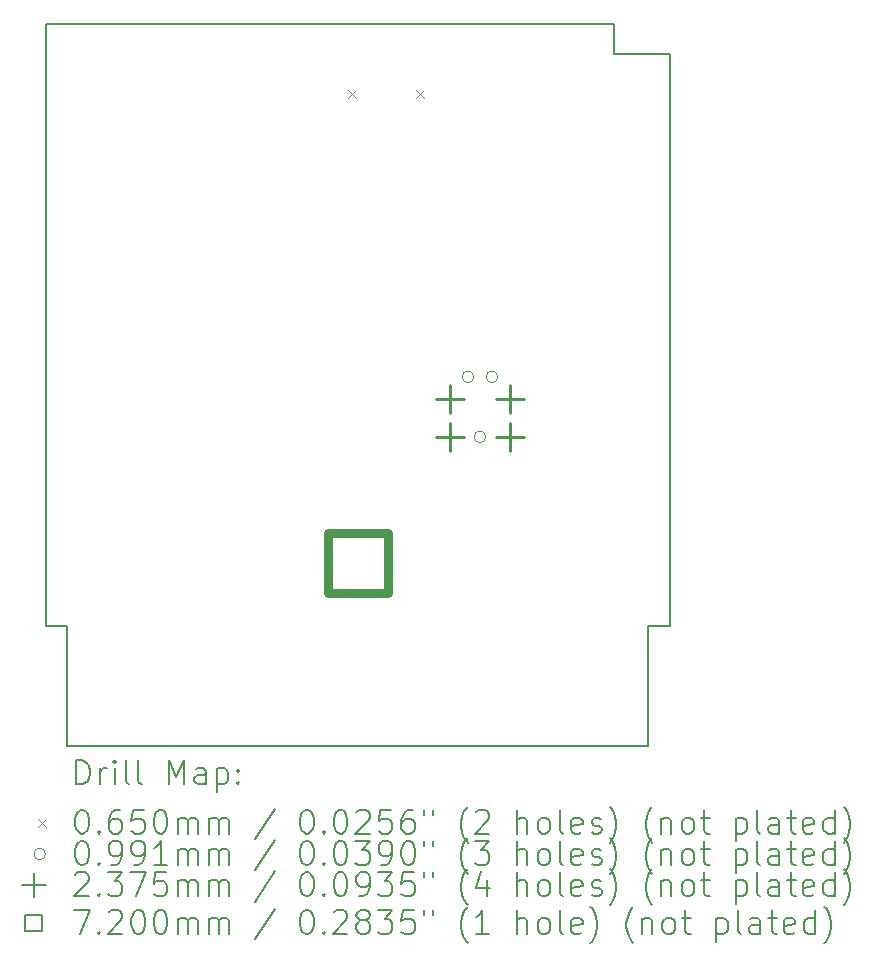
<source format=gbr>
%TF.GenerationSoftware,KiCad,Pcbnew,7.0.11*%
%TF.CreationDate,2024-02-24T15:32:22+03:00*%
%TF.ProjectId,GameboyCartridgeV1.1,47616d65-626f-4794-9361-727472696467,rev?*%
%TF.SameCoordinates,Original*%
%TF.FileFunction,Drillmap*%
%TF.FilePolarity,Positive*%
%FSLAX45Y45*%
G04 Gerber Fmt 4.5, Leading zero omitted, Abs format (unit mm)*
G04 Created by KiCad (PCBNEW 7.0.11) date 2024-02-24 15:32:22*
%MOMM*%
%LPD*%
G01*
G04 APERTURE LIST*
%ADD10C,0.150000*%
%ADD11C,0.200000*%
%ADD12C,0.100000*%
%ADD13C,0.237490*%
%ADD14C,0.720000*%
G04 APERTURE END LIST*
D10*
X13637000Y-10670000D02*
X13820000Y-10670000D01*
X8540000Y-10670000D02*
X8540000Y-5570967D01*
X8717000Y-10670000D02*
X8540000Y-10670000D01*
X8540000Y-5570967D02*
X13347000Y-5570967D01*
X13820000Y-10670000D02*
X13820000Y-5830967D01*
X13637000Y-11690000D02*
X13637000Y-10670000D01*
X8717000Y-11690000D02*
X13637000Y-11690000D01*
X8717000Y-11690000D02*
X8717000Y-10670000D01*
X13820000Y-5830967D02*
X13347000Y-5830967D01*
X13347000Y-5570967D02*
X13347000Y-5830967D01*
D11*
D12*
X11094500Y-6134000D02*
X11159500Y-6199000D01*
X11159500Y-6134000D02*
X11094500Y-6199000D01*
X11672500Y-6134000D02*
X11737500Y-6199000D01*
X11737500Y-6134000D02*
X11672500Y-6199000D01*
X12157930Y-8561000D02*
G75*
G03*
X12058870Y-8561000I-49530J0D01*
G01*
X12058870Y-8561000D02*
G75*
G03*
X12157930Y-8561000I49530J0D01*
G01*
X12259530Y-9069000D02*
G75*
G03*
X12160470Y-9069000I-49530J0D01*
G01*
X12160470Y-9069000D02*
G75*
G03*
X12259530Y-9069000I49530J0D01*
G01*
X12361130Y-8561000D02*
G75*
G03*
X12262070Y-8561000I-49530J0D01*
G01*
X12262070Y-8561000D02*
G75*
G03*
X12361130Y-8561000I49530J0D01*
G01*
D13*
X11956000Y-8632755D02*
X11956000Y-8870245D01*
X11837255Y-8751500D02*
X12074745Y-8751500D01*
X11956000Y-8950255D02*
X11956000Y-9187745D01*
X11837255Y-9069000D02*
X12074745Y-9069000D01*
X12464000Y-8632755D02*
X12464000Y-8870245D01*
X12345255Y-8751500D02*
X12582745Y-8751500D01*
X12464000Y-8950255D02*
X12464000Y-9187745D01*
X12345255Y-9069000D02*
X12582745Y-9069000D01*
D14*
X11431561Y-10390528D02*
X11431561Y-9881406D01*
X10922439Y-9881406D01*
X10922439Y-10390528D01*
X11431561Y-10390528D01*
D11*
X8793277Y-12008984D02*
X8793277Y-11808984D01*
X8793277Y-11808984D02*
X8840896Y-11808984D01*
X8840896Y-11808984D02*
X8869467Y-11818508D01*
X8869467Y-11818508D02*
X8888515Y-11837555D01*
X8888515Y-11837555D02*
X8898039Y-11856603D01*
X8898039Y-11856603D02*
X8907563Y-11894698D01*
X8907563Y-11894698D02*
X8907563Y-11923269D01*
X8907563Y-11923269D02*
X8898039Y-11961365D01*
X8898039Y-11961365D02*
X8888515Y-11980412D01*
X8888515Y-11980412D02*
X8869467Y-11999460D01*
X8869467Y-11999460D02*
X8840896Y-12008984D01*
X8840896Y-12008984D02*
X8793277Y-12008984D01*
X8993277Y-12008984D02*
X8993277Y-11875650D01*
X8993277Y-11913746D02*
X9002801Y-11894698D01*
X9002801Y-11894698D02*
X9012324Y-11885174D01*
X9012324Y-11885174D02*
X9031372Y-11875650D01*
X9031372Y-11875650D02*
X9050420Y-11875650D01*
X9117086Y-12008984D02*
X9117086Y-11875650D01*
X9117086Y-11808984D02*
X9107563Y-11818508D01*
X9107563Y-11818508D02*
X9117086Y-11828031D01*
X9117086Y-11828031D02*
X9126610Y-11818508D01*
X9126610Y-11818508D02*
X9117086Y-11808984D01*
X9117086Y-11808984D02*
X9117086Y-11828031D01*
X9240896Y-12008984D02*
X9221848Y-11999460D01*
X9221848Y-11999460D02*
X9212324Y-11980412D01*
X9212324Y-11980412D02*
X9212324Y-11808984D01*
X9345658Y-12008984D02*
X9326610Y-11999460D01*
X9326610Y-11999460D02*
X9317086Y-11980412D01*
X9317086Y-11980412D02*
X9317086Y-11808984D01*
X9574229Y-12008984D02*
X9574229Y-11808984D01*
X9574229Y-11808984D02*
X9640896Y-11951841D01*
X9640896Y-11951841D02*
X9707563Y-11808984D01*
X9707563Y-11808984D02*
X9707563Y-12008984D01*
X9888515Y-12008984D02*
X9888515Y-11904222D01*
X9888515Y-11904222D02*
X9878991Y-11885174D01*
X9878991Y-11885174D02*
X9859944Y-11875650D01*
X9859944Y-11875650D02*
X9821848Y-11875650D01*
X9821848Y-11875650D02*
X9802801Y-11885174D01*
X9888515Y-11999460D02*
X9869467Y-12008984D01*
X9869467Y-12008984D02*
X9821848Y-12008984D01*
X9821848Y-12008984D02*
X9802801Y-11999460D01*
X9802801Y-11999460D02*
X9793277Y-11980412D01*
X9793277Y-11980412D02*
X9793277Y-11961365D01*
X9793277Y-11961365D02*
X9802801Y-11942317D01*
X9802801Y-11942317D02*
X9821848Y-11932793D01*
X9821848Y-11932793D02*
X9869467Y-11932793D01*
X9869467Y-11932793D02*
X9888515Y-11923269D01*
X9983753Y-11875650D02*
X9983753Y-12075650D01*
X9983753Y-11885174D02*
X10002801Y-11875650D01*
X10002801Y-11875650D02*
X10040896Y-11875650D01*
X10040896Y-11875650D02*
X10059944Y-11885174D01*
X10059944Y-11885174D02*
X10069467Y-11894698D01*
X10069467Y-11894698D02*
X10078991Y-11913746D01*
X10078991Y-11913746D02*
X10078991Y-11970888D01*
X10078991Y-11970888D02*
X10069467Y-11989936D01*
X10069467Y-11989936D02*
X10059944Y-11999460D01*
X10059944Y-11999460D02*
X10040896Y-12008984D01*
X10040896Y-12008984D02*
X10002801Y-12008984D01*
X10002801Y-12008984D02*
X9983753Y-11999460D01*
X10164705Y-11989936D02*
X10174229Y-11999460D01*
X10174229Y-11999460D02*
X10164705Y-12008984D01*
X10164705Y-12008984D02*
X10155182Y-11999460D01*
X10155182Y-11999460D02*
X10164705Y-11989936D01*
X10164705Y-11989936D02*
X10164705Y-12008984D01*
X10164705Y-11885174D02*
X10174229Y-11894698D01*
X10174229Y-11894698D02*
X10164705Y-11904222D01*
X10164705Y-11904222D02*
X10155182Y-11894698D01*
X10155182Y-11894698D02*
X10164705Y-11885174D01*
X10164705Y-11885174D02*
X10164705Y-11904222D01*
D12*
X8467500Y-12305000D02*
X8532500Y-12370000D01*
X8532500Y-12305000D02*
X8467500Y-12370000D01*
D11*
X8831372Y-12228984D02*
X8850420Y-12228984D01*
X8850420Y-12228984D02*
X8869467Y-12238508D01*
X8869467Y-12238508D02*
X8878991Y-12248031D01*
X8878991Y-12248031D02*
X8888515Y-12267079D01*
X8888515Y-12267079D02*
X8898039Y-12305174D01*
X8898039Y-12305174D02*
X8898039Y-12352793D01*
X8898039Y-12352793D02*
X8888515Y-12390888D01*
X8888515Y-12390888D02*
X8878991Y-12409936D01*
X8878991Y-12409936D02*
X8869467Y-12419460D01*
X8869467Y-12419460D02*
X8850420Y-12428984D01*
X8850420Y-12428984D02*
X8831372Y-12428984D01*
X8831372Y-12428984D02*
X8812324Y-12419460D01*
X8812324Y-12419460D02*
X8802801Y-12409936D01*
X8802801Y-12409936D02*
X8793277Y-12390888D01*
X8793277Y-12390888D02*
X8783753Y-12352793D01*
X8783753Y-12352793D02*
X8783753Y-12305174D01*
X8783753Y-12305174D02*
X8793277Y-12267079D01*
X8793277Y-12267079D02*
X8802801Y-12248031D01*
X8802801Y-12248031D02*
X8812324Y-12238508D01*
X8812324Y-12238508D02*
X8831372Y-12228984D01*
X8983753Y-12409936D02*
X8993277Y-12419460D01*
X8993277Y-12419460D02*
X8983753Y-12428984D01*
X8983753Y-12428984D02*
X8974229Y-12419460D01*
X8974229Y-12419460D02*
X8983753Y-12409936D01*
X8983753Y-12409936D02*
X8983753Y-12428984D01*
X9164705Y-12228984D02*
X9126610Y-12228984D01*
X9126610Y-12228984D02*
X9107563Y-12238508D01*
X9107563Y-12238508D02*
X9098039Y-12248031D01*
X9098039Y-12248031D02*
X9078991Y-12276603D01*
X9078991Y-12276603D02*
X9069467Y-12314698D01*
X9069467Y-12314698D02*
X9069467Y-12390888D01*
X9069467Y-12390888D02*
X9078991Y-12409936D01*
X9078991Y-12409936D02*
X9088515Y-12419460D01*
X9088515Y-12419460D02*
X9107563Y-12428984D01*
X9107563Y-12428984D02*
X9145658Y-12428984D01*
X9145658Y-12428984D02*
X9164705Y-12419460D01*
X9164705Y-12419460D02*
X9174229Y-12409936D01*
X9174229Y-12409936D02*
X9183753Y-12390888D01*
X9183753Y-12390888D02*
X9183753Y-12343269D01*
X9183753Y-12343269D02*
X9174229Y-12324222D01*
X9174229Y-12324222D02*
X9164705Y-12314698D01*
X9164705Y-12314698D02*
X9145658Y-12305174D01*
X9145658Y-12305174D02*
X9107563Y-12305174D01*
X9107563Y-12305174D02*
X9088515Y-12314698D01*
X9088515Y-12314698D02*
X9078991Y-12324222D01*
X9078991Y-12324222D02*
X9069467Y-12343269D01*
X9364705Y-12228984D02*
X9269467Y-12228984D01*
X9269467Y-12228984D02*
X9259944Y-12324222D01*
X9259944Y-12324222D02*
X9269467Y-12314698D01*
X9269467Y-12314698D02*
X9288515Y-12305174D01*
X9288515Y-12305174D02*
X9336134Y-12305174D01*
X9336134Y-12305174D02*
X9355182Y-12314698D01*
X9355182Y-12314698D02*
X9364705Y-12324222D01*
X9364705Y-12324222D02*
X9374229Y-12343269D01*
X9374229Y-12343269D02*
X9374229Y-12390888D01*
X9374229Y-12390888D02*
X9364705Y-12409936D01*
X9364705Y-12409936D02*
X9355182Y-12419460D01*
X9355182Y-12419460D02*
X9336134Y-12428984D01*
X9336134Y-12428984D02*
X9288515Y-12428984D01*
X9288515Y-12428984D02*
X9269467Y-12419460D01*
X9269467Y-12419460D02*
X9259944Y-12409936D01*
X9498039Y-12228984D02*
X9517086Y-12228984D01*
X9517086Y-12228984D02*
X9536134Y-12238508D01*
X9536134Y-12238508D02*
X9545658Y-12248031D01*
X9545658Y-12248031D02*
X9555182Y-12267079D01*
X9555182Y-12267079D02*
X9564705Y-12305174D01*
X9564705Y-12305174D02*
X9564705Y-12352793D01*
X9564705Y-12352793D02*
X9555182Y-12390888D01*
X9555182Y-12390888D02*
X9545658Y-12409936D01*
X9545658Y-12409936D02*
X9536134Y-12419460D01*
X9536134Y-12419460D02*
X9517086Y-12428984D01*
X9517086Y-12428984D02*
X9498039Y-12428984D01*
X9498039Y-12428984D02*
X9478991Y-12419460D01*
X9478991Y-12419460D02*
X9469467Y-12409936D01*
X9469467Y-12409936D02*
X9459944Y-12390888D01*
X9459944Y-12390888D02*
X9450420Y-12352793D01*
X9450420Y-12352793D02*
X9450420Y-12305174D01*
X9450420Y-12305174D02*
X9459944Y-12267079D01*
X9459944Y-12267079D02*
X9469467Y-12248031D01*
X9469467Y-12248031D02*
X9478991Y-12238508D01*
X9478991Y-12238508D02*
X9498039Y-12228984D01*
X9650420Y-12428984D02*
X9650420Y-12295650D01*
X9650420Y-12314698D02*
X9659944Y-12305174D01*
X9659944Y-12305174D02*
X9678991Y-12295650D01*
X9678991Y-12295650D02*
X9707563Y-12295650D01*
X9707563Y-12295650D02*
X9726610Y-12305174D01*
X9726610Y-12305174D02*
X9736134Y-12324222D01*
X9736134Y-12324222D02*
X9736134Y-12428984D01*
X9736134Y-12324222D02*
X9745658Y-12305174D01*
X9745658Y-12305174D02*
X9764705Y-12295650D01*
X9764705Y-12295650D02*
X9793277Y-12295650D01*
X9793277Y-12295650D02*
X9812325Y-12305174D01*
X9812325Y-12305174D02*
X9821848Y-12324222D01*
X9821848Y-12324222D02*
X9821848Y-12428984D01*
X9917086Y-12428984D02*
X9917086Y-12295650D01*
X9917086Y-12314698D02*
X9926610Y-12305174D01*
X9926610Y-12305174D02*
X9945658Y-12295650D01*
X9945658Y-12295650D02*
X9974229Y-12295650D01*
X9974229Y-12295650D02*
X9993277Y-12305174D01*
X9993277Y-12305174D02*
X10002801Y-12324222D01*
X10002801Y-12324222D02*
X10002801Y-12428984D01*
X10002801Y-12324222D02*
X10012325Y-12305174D01*
X10012325Y-12305174D02*
X10031372Y-12295650D01*
X10031372Y-12295650D02*
X10059944Y-12295650D01*
X10059944Y-12295650D02*
X10078991Y-12305174D01*
X10078991Y-12305174D02*
X10088515Y-12324222D01*
X10088515Y-12324222D02*
X10088515Y-12428984D01*
X10478991Y-12219460D02*
X10307563Y-12476603D01*
X10736134Y-12228984D02*
X10755182Y-12228984D01*
X10755182Y-12228984D02*
X10774229Y-12238508D01*
X10774229Y-12238508D02*
X10783753Y-12248031D01*
X10783753Y-12248031D02*
X10793277Y-12267079D01*
X10793277Y-12267079D02*
X10802801Y-12305174D01*
X10802801Y-12305174D02*
X10802801Y-12352793D01*
X10802801Y-12352793D02*
X10793277Y-12390888D01*
X10793277Y-12390888D02*
X10783753Y-12409936D01*
X10783753Y-12409936D02*
X10774229Y-12419460D01*
X10774229Y-12419460D02*
X10755182Y-12428984D01*
X10755182Y-12428984D02*
X10736134Y-12428984D01*
X10736134Y-12428984D02*
X10717087Y-12419460D01*
X10717087Y-12419460D02*
X10707563Y-12409936D01*
X10707563Y-12409936D02*
X10698039Y-12390888D01*
X10698039Y-12390888D02*
X10688515Y-12352793D01*
X10688515Y-12352793D02*
X10688515Y-12305174D01*
X10688515Y-12305174D02*
X10698039Y-12267079D01*
X10698039Y-12267079D02*
X10707563Y-12248031D01*
X10707563Y-12248031D02*
X10717087Y-12238508D01*
X10717087Y-12238508D02*
X10736134Y-12228984D01*
X10888515Y-12409936D02*
X10898039Y-12419460D01*
X10898039Y-12419460D02*
X10888515Y-12428984D01*
X10888515Y-12428984D02*
X10878991Y-12419460D01*
X10878991Y-12419460D02*
X10888515Y-12409936D01*
X10888515Y-12409936D02*
X10888515Y-12428984D01*
X11021848Y-12228984D02*
X11040896Y-12228984D01*
X11040896Y-12228984D02*
X11059944Y-12238508D01*
X11059944Y-12238508D02*
X11069468Y-12248031D01*
X11069468Y-12248031D02*
X11078991Y-12267079D01*
X11078991Y-12267079D02*
X11088515Y-12305174D01*
X11088515Y-12305174D02*
X11088515Y-12352793D01*
X11088515Y-12352793D02*
X11078991Y-12390888D01*
X11078991Y-12390888D02*
X11069468Y-12409936D01*
X11069468Y-12409936D02*
X11059944Y-12419460D01*
X11059944Y-12419460D02*
X11040896Y-12428984D01*
X11040896Y-12428984D02*
X11021848Y-12428984D01*
X11021848Y-12428984D02*
X11002801Y-12419460D01*
X11002801Y-12419460D02*
X10993277Y-12409936D01*
X10993277Y-12409936D02*
X10983753Y-12390888D01*
X10983753Y-12390888D02*
X10974229Y-12352793D01*
X10974229Y-12352793D02*
X10974229Y-12305174D01*
X10974229Y-12305174D02*
X10983753Y-12267079D01*
X10983753Y-12267079D02*
X10993277Y-12248031D01*
X10993277Y-12248031D02*
X11002801Y-12238508D01*
X11002801Y-12238508D02*
X11021848Y-12228984D01*
X11164706Y-12248031D02*
X11174229Y-12238508D01*
X11174229Y-12238508D02*
X11193277Y-12228984D01*
X11193277Y-12228984D02*
X11240896Y-12228984D01*
X11240896Y-12228984D02*
X11259944Y-12238508D01*
X11259944Y-12238508D02*
X11269467Y-12248031D01*
X11269467Y-12248031D02*
X11278991Y-12267079D01*
X11278991Y-12267079D02*
X11278991Y-12286127D01*
X11278991Y-12286127D02*
X11269467Y-12314698D01*
X11269467Y-12314698D02*
X11155182Y-12428984D01*
X11155182Y-12428984D02*
X11278991Y-12428984D01*
X11459944Y-12228984D02*
X11364706Y-12228984D01*
X11364706Y-12228984D02*
X11355182Y-12324222D01*
X11355182Y-12324222D02*
X11364706Y-12314698D01*
X11364706Y-12314698D02*
X11383753Y-12305174D01*
X11383753Y-12305174D02*
X11431372Y-12305174D01*
X11431372Y-12305174D02*
X11450420Y-12314698D01*
X11450420Y-12314698D02*
X11459944Y-12324222D01*
X11459944Y-12324222D02*
X11469467Y-12343269D01*
X11469467Y-12343269D02*
X11469467Y-12390888D01*
X11469467Y-12390888D02*
X11459944Y-12409936D01*
X11459944Y-12409936D02*
X11450420Y-12419460D01*
X11450420Y-12419460D02*
X11431372Y-12428984D01*
X11431372Y-12428984D02*
X11383753Y-12428984D01*
X11383753Y-12428984D02*
X11364706Y-12419460D01*
X11364706Y-12419460D02*
X11355182Y-12409936D01*
X11640896Y-12228984D02*
X11602801Y-12228984D01*
X11602801Y-12228984D02*
X11583753Y-12238508D01*
X11583753Y-12238508D02*
X11574229Y-12248031D01*
X11574229Y-12248031D02*
X11555182Y-12276603D01*
X11555182Y-12276603D02*
X11545658Y-12314698D01*
X11545658Y-12314698D02*
X11545658Y-12390888D01*
X11545658Y-12390888D02*
X11555182Y-12409936D01*
X11555182Y-12409936D02*
X11564706Y-12419460D01*
X11564706Y-12419460D02*
X11583753Y-12428984D01*
X11583753Y-12428984D02*
X11621848Y-12428984D01*
X11621848Y-12428984D02*
X11640896Y-12419460D01*
X11640896Y-12419460D02*
X11650420Y-12409936D01*
X11650420Y-12409936D02*
X11659944Y-12390888D01*
X11659944Y-12390888D02*
X11659944Y-12343269D01*
X11659944Y-12343269D02*
X11650420Y-12324222D01*
X11650420Y-12324222D02*
X11640896Y-12314698D01*
X11640896Y-12314698D02*
X11621848Y-12305174D01*
X11621848Y-12305174D02*
X11583753Y-12305174D01*
X11583753Y-12305174D02*
X11564706Y-12314698D01*
X11564706Y-12314698D02*
X11555182Y-12324222D01*
X11555182Y-12324222D02*
X11545658Y-12343269D01*
X11736134Y-12228984D02*
X11736134Y-12267079D01*
X11812325Y-12228984D02*
X11812325Y-12267079D01*
X12107563Y-12505174D02*
X12098039Y-12495650D01*
X12098039Y-12495650D02*
X12078991Y-12467079D01*
X12078991Y-12467079D02*
X12069468Y-12448031D01*
X12069468Y-12448031D02*
X12059944Y-12419460D01*
X12059944Y-12419460D02*
X12050420Y-12371841D01*
X12050420Y-12371841D02*
X12050420Y-12333746D01*
X12050420Y-12333746D02*
X12059944Y-12286127D01*
X12059944Y-12286127D02*
X12069468Y-12257555D01*
X12069468Y-12257555D02*
X12078991Y-12238508D01*
X12078991Y-12238508D02*
X12098039Y-12209936D01*
X12098039Y-12209936D02*
X12107563Y-12200412D01*
X12174229Y-12248031D02*
X12183753Y-12238508D01*
X12183753Y-12238508D02*
X12202801Y-12228984D01*
X12202801Y-12228984D02*
X12250420Y-12228984D01*
X12250420Y-12228984D02*
X12269468Y-12238508D01*
X12269468Y-12238508D02*
X12278991Y-12248031D01*
X12278991Y-12248031D02*
X12288515Y-12267079D01*
X12288515Y-12267079D02*
X12288515Y-12286127D01*
X12288515Y-12286127D02*
X12278991Y-12314698D01*
X12278991Y-12314698D02*
X12164706Y-12428984D01*
X12164706Y-12428984D02*
X12288515Y-12428984D01*
X12526610Y-12428984D02*
X12526610Y-12228984D01*
X12612325Y-12428984D02*
X12612325Y-12324222D01*
X12612325Y-12324222D02*
X12602801Y-12305174D01*
X12602801Y-12305174D02*
X12583753Y-12295650D01*
X12583753Y-12295650D02*
X12555182Y-12295650D01*
X12555182Y-12295650D02*
X12536134Y-12305174D01*
X12536134Y-12305174D02*
X12526610Y-12314698D01*
X12736134Y-12428984D02*
X12717087Y-12419460D01*
X12717087Y-12419460D02*
X12707563Y-12409936D01*
X12707563Y-12409936D02*
X12698039Y-12390888D01*
X12698039Y-12390888D02*
X12698039Y-12333746D01*
X12698039Y-12333746D02*
X12707563Y-12314698D01*
X12707563Y-12314698D02*
X12717087Y-12305174D01*
X12717087Y-12305174D02*
X12736134Y-12295650D01*
X12736134Y-12295650D02*
X12764706Y-12295650D01*
X12764706Y-12295650D02*
X12783753Y-12305174D01*
X12783753Y-12305174D02*
X12793277Y-12314698D01*
X12793277Y-12314698D02*
X12802801Y-12333746D01*
X12802801Y-12333746D02*
X12802801Y-12390888D01*
X12802801Y-12390888D02*
X12793277Y-12409936D01*
X12793277Y-12409936D02*
X12783753Y-12419460D01*
X12783753Y-12419460D02*
X12764706Y-12428984D01*
X12764706Y-12428984D02*
X12736134Y-12428984D01*
X12917087Y-12428984D02*
X12898039Y-12419460D01*
X12898039Y-12419460D02*
X12888515Y-12400412D01*
X12888515Y-12400412D02*
X12888515Y-12228984D01*
X13069468Y-12419460D02*
X13050420Y-12428984D01*
X13050420Y-12428984D02*
X13012325Y-12428984D01*
X13012325Y-12428984D02*
X12993277Y-12419460D01*
X12993277Y-12419460D02*
X12983753Y-12400412D01*
X12983753Y-12400412D02*
X12983753Y-12324222D01*
X12983753Y-12324222D02*
X12993277Y-12305174D01*
X12993277Y-12305174D02*
X13012325Y-12295650D01*
X13012325Y-12295650D02*
X13050420Y-12295650D01*
X13050420Y-12295650D02*
X13069468Y-12305174D01*
X13069468Y-12305174D02*
X13078991Y-12324222D01*
X13078991Y-12324222D02*
X13078991Y-12343269D01*
X13078991Y-12343269D02*
X12983753Y-12362317D01*
X13155182Y-12419460D02*
X13174230Y-12428984D01*
X13174230Y-12428984D02*
X13212325Y-12428984D01*
X13212325Y-12428984D02*
X13231372Y-12419460D01*
X13231372Y-12419460D02*
X13240896Y-12400412D01*
X13240896Y-12400412D02*
X13240896Y-12390888D01*
X13240896Y-12390888D02*
X13231372Y-12371841D01*
X13231372Y-12371841D02*
X13212325Y-12362317D01*
X13212325Y-12362317D02*
X13183753Y-12362317D01*
X13183753Y-12362317D02*
X13164706Y-12352793D01*
X13164706Y-12352793D02*
X13155182Y-12333746D01*
X13155182Y-12333746D02*
X13155182Y-12324222D01*
X13155182Y-12324222D02*
X13164706Y-12305174D01*
X13164706Y-12305174D02*
X13183753Y-12295650D01*
X13183753Y-12295650D02*
X13212325Y-12295650D01*
X13212325Y-12295650D02*
X13231372Y-12305174D01*
X13307563Y-12505174D02*
X13317087Y-12495650D01*
X13317087Y-12495650D02*
X13336134Y-12467079D01*
X13336134Y-12467079D02*
X13345658Y-12448031D01*
X13345658Y-12448031D02*
X13355182Y-12419460D01*
X13355182Y-12419460D02*
X13364706Y-12371841D01*
X13364706Y-12371841D02*
X13364706Y-12333746D01*
X13364706Y-12333746D02*
X13355182Y-12286127D01*
X13355182Y-12286127D02*
X13345658Y-12257555D01*
X13345658Y-12257555D02*
X13336134Y-12238508D01*
X13336134Y-12238508D02*
X13317087Y-12209936D01*
X13317087Y-12209936D02*
X13307563Y-12200412D01*
X13669468Y-12505174D02*
X13659944Y-12495650D01*
X13659944Y-12495650D02*
X13640896Y-12467079D01*
X13640896Y-12467079D02*
X13631372Y-12448031D01*
X13631372Y-12448031D02*
X13621849Y-12419460D01*
X13621849Y-12419460D02*
X13612325Y-12371841D01*
X13612325Y-12371841D02*
X13612325Y-12333746D01*
X13612325Y-12333746D02*
X13621849Y-12286127D01*
X13621849Y-12286127D02*
X13631372Y-12257555D01*
X13631372Y-12257555D02*
X13640896Y-12238508D01*
X13640896Y-12238508D02*
X13659944Y-12209936D01*
X13659944Y-12209936D02*
X13669468Y-12200412D01*
X13745658Y-12295650D02*
X13745658Y-12428984D01*
X13745658Y-12314698D02*
X13755182Y-12305174D01*
X13755182Y-12305174D02*
X13774230Y-12295650D01*
X13774230Y-12295650D02*
X13802801Y-12295650D01*
X13802801Y-12295650D02*
X13821849Y-12305174D01*
X13821849Y-12305174D02*
X13831372Y-12324222D01*
X13831372Y-12324222D02*
X13831372Y-12428984D01*
X13955182Y-12428984D02*
X13936134Y-12419460D01*
X13936134Y-12419460D02*
X13926611Y-12409936D01*
X13926611Y-12409936D02*
X13917087Y-12390888D01*
X13917087Y-12390888D02*
X13917087Y-12333746D01*
X13917087Y-12333746D02*
X13926611Y-12314698D01*
X13926611Y-12314698D02*
X13936134Y-12305174D01*
X13936134Y-12305174D02*
X13955182Y-12295650D01*
X13955182Y-12295650D02*
X13983753Y-12295650D01*
X13983753Y-12295650D02*
X14002801Y-12305174D01*
X14002801Y-12305174D02*
X14012325Y-12314698D01*
X14012325Y-12314698D02*
X14021849Y-12333746D01*
X14021849Y-12333746D02*
X14021849Y-12390888D01*
X14021849Y-12390888D02*
X14012325Y-12409936D01*
X14012325Y-12409936D02*
X14002801Y-12419460D01*
X14002801Y-12419460D02*
X13983753Y-12428984D01*
X13983753Y-12428984D02*
X13955182Y-12428984D01*
X14078992Y-12295650D02*
X14155182Y-12295650D01*
X14107563Y-12228984D02*
X14107563Y-12400412D01*
X14107563Y-12400412D02*
X14117087Y-12419460D01*
X14117087Y-12419460D02*
X14136134Y-12428984D01*
X14136134Y-12428984D02*
X14155182Y-12428984D01*
X14374230Y-12295650D02*
X14374230Y-12495650D01*
X14374230Y-12305174D02*
X14393277Y-12295650D01*
X14393277Y-12295650D02*
X14431373Y-12295650D01*
X14431373Y-12295650D02*
X14450420Y-12305174D01*
X14450420Y-12305174D02*
X14459944Y-12314698D01*
X14459944Y-12314698D02*
X14469468Y-12333746D01*
X14469468Y-12333746D02*
X14469468Y-12390888D01*
X14469468Y-12390888D02*
X14459944Y-12409936D01*
X14459944Y-12409936D02*
X14450420Y-12419460D01*
X14450420Y-12419460D02*
X14431373Y-12428984D01*
X14431373Y-12428984D02*
X14393277Y-12428984D01*
X14393277Y-12428984D02*
X14374230Y-12419460D01*
X14583753Y-12428984D02*
X14564706Y-12419460D01*
X14564706Y-12419460D02*
X14555182Y-12400412D01*
X14555182Y-12400412D02*
X14555182Y-12228984D01*
X14745658Y-12428984D02*
X14745658Y-12324222D01*
X14745658Y-12324222D02*
X14736134Y-12305174D01*
X14736134Y-12305174D02*
X14717087Y-12295650D01*
X14717087Y-12295650D02*
X14678992Y-12295650D01*
X14678992Y-12295650D02*
X14659944Y-12305174D01*
X14745658Y-12419460D02*
X14726611Y-12428984D01*
X14726611Y-12428984D02*
X14678992Y-12428984D01*
X14678992Y-12428984D02*
X14659944Y-12419460D01*
X14659944Y-12419460D02*
X14650420Y-12400412D01*
X14650420Y-12400412D02*
X14650420Y-12381365D01*
X14650420Y-12381365D02*
X14659944Y-12362317D01*
X14659944Y-12362317D02*
X14678992Y-12352793D01*
X14678992Y-12352793D02*
X14726611Y-12352793D01*
X14726611Y-12352793D02*
X14745658Y-12343269D01*
X14812325Y-12295650D02*
X14888515Y-12295650D01*
X14840896Y-12228984D02*
X14840896Y-12400412D01*
X14840896Y-12400412D02*
X14850420Y-12419460D01*
X14850420Y-12419460D02*
X14869468Y-12428984D01*
X14869468Y-12428984D02*
X14888515Y-12428984D01*
X15031373Y-12419460D02*
X15012325Y-12428984D01*
X15012325Y-12428984D02*
X14974230Y-12428984D01*
X14974230Y-12428984D02*
X14955182Y-12419460D01*
X14955182Y-12419460D02*
X14945658Y-12400412D01*
X14945658Y-12400412D02*
X14945658Y-12324222D01*
X14945658Y-12324222D02*
X14955182Y-12305174D01*
X14955182Y-12305174D02*
X14974230Y-12295650D01*
X14974230Y-12295650D02*
X15012325Y-12295650D01*
X15012325Y-12295650D02*
X15031373Y-12305174D01*
X15031373Y-12305174D02*
X15040896Y-12324222D01*
X15040896Y-12324222D02*
X15040896Y-12343269D01*
X15040896Y-12343269D02*
X14945658Y-12362317D01*
X15212325Y-12428984D02*
X15212325Y-12228984D01*
X15212325Y-12419460D02*
X15193277Y-12428984D01*
X15193277Y-12428984D02*
X15155182Y-12428984D01*
X15155182Y-12428984D02*
X15136134Y-12419460D01*
X15136134Y-12419460D02*
X15126611Y-12409936D01*
X15126611Y-12409936D02*
X15117087Y-12390888D01*
X15117087Y-12390888D02*
X15117087Y-12333746D01*
X15117087Y-12333746D02*
X15126611Y-12314698D01*
X15126611Y-12314698D02*
X15136134Y-12305174D01*
X15136134Y-12305174D02*
X15155182Y-12295650D01*
X15155182Y-12295650D02*
X15193277Y-12295650D01*
X15193277Y-12295650D02*
X15212325Y-12305174D01*
X15288515Y-12505174D02*
X15298039Y-12495650D01*
X15298039Y-12495650D02*
X15317087Y-12467079D01*
X15317087Y-12467079D02*
X15326611Y-12448031D01*
X15326611Y-12448031D02*
X15336134Y-12419460D01*
X15336134Y-12419460D02*
X15345658Y-12371841D01*
X15345658Y-12371841D02*
X15345658Y-12333746D01*
X15345658Y-12333746D02*
X15336134Y-12286127D01*
X15336134Y-12286127D02*
X15326611Y-12257555D01*
X15326611Y-12257555D02*
X15317087Y-12238508D01*
X15317087Y-12238508D02*
X15298039Y-12209936D01*
X15298039Y-12209936D02*
X15288515Y-12200412D01*
D12*
X8532500Y-12601500D02*
G75*
G03*
X8433440Y-12601500I-49530J0D01*
G01*
X8433440Y-12601500D02*
G75*
G03*
X8532500Y-12601500I49530J0D01*
G01*
D11*
X8831372Y-12492984D02*
X8850420Y-12492984D01*
X8850420Y-12492984D02*
X8869467Y-12502508D01*
X8869467Y-12502508D02*
X8878991Y-12512031D01*
X8878991Y-12512031D02*
X8888515Y-12531079D01*
X8888515Y-12531079D02*
X8898039Y-12569174D01*
X8898039Y-12569174D02*
X8898039Y-12616793D01*
X8898039Y-12616793D02*
X8888515Y-12654888D01*
X8888515Y-12654888D02*
X8878991Y-12673936D01*
X8878991Y-12673936D02*
X8869467Y-12683460D01*
X8869467Y-12683460D02*
X8850420Y-12692984D01*
X8850420Y-12692984D02*
X8831372Y-12692984D01*
X8831372Y-12692984D02*
X8812324Y-12683460D01*
X8812324Y-12683460D02*
X8802801Y-12673936D01*
X8802801Y-12673936D02*
X8793277Y-12654888D01*
X8793277Y-12654888D02*
X8783753Y-12616793D01*
X8783753Y-12616793D02*
X8783753Y-12569174D01*
X8783753Y-12569174D02*
X8793277Y-12531079D01*
X8793277Y-12531079D02*
X8802801Y-12512031D01*
X8802801Y-12512031D02*
X8812324Y-12502508D01*
X8812324Y-12502508D02*
X8831372Y-12492984D01*
X8983753Y-12673936D02*
X8993277Y-12683460D01*
X8993277Y-12683460D02*
X8983753Y-12692984D01*
X8983753Y-12692984D02*
X8974229Y-12683460D01*
X8974229Y-12683460D02*
X8983753Y-12673936D01*
X8983753Y-12673936D02*
X8983753Y-12692984D01*
X9088515Y-12692984D02*
X9126610Y-12692984D01*
X9126610Y-12692984D02*
X9145658Y-12683460D01*
X9145658Y-12683460D02*
X9155182Y-12673936D01*
X9155182Y-12673936D02*
X9174229Y-12645365D01*
X9174229Y-12645365D02*
X9183753Y-12607269D01*
X9183753Y-12607269D02*
X9183753Y-12531079D01*
X9183753Y-12531079D02*
X9174229Y-12512031D01*
X9174229Y-12512031D02*
X9164705Y-12502508D01*
X9164705Y-12502508D02*
X9145658Y-12492984D01*
X9145658Y-12492984D02*
X9107563Y-12492984D01*
X9107563Y-12492984D02*
X9088515Y-12502508D01*
X9088515Y-12502508D02*
X9078991Y-12512031D01*
X9078991Y-12512031D02*
X9069467Y-12531079D01*
X9069467Y-12531079D02*
X9069467Y-12578698D01*
X9069467Y-12578698D02*
X9078991Y-12597746D01*
X9078991Y-12597746D02*
X9088515Y-12607269D01*
X9088515Y-12607269D02*
X9107563Y-12616793D01*
X9107563Y-12616793D02*
X9145658Y-12616793D01*
X9145658Y-12616793D02*
X9164705Y-12607269D01*
X9164705Y-12607269D02*
X9174229Y-12597746D01*
X9174229Y-12597746D02*
X9183753Y-12578698D01*
X9278991Y-12692984D02*
X9317086Y-12692984D01*
X9317086Y-12692984D02*
X9336134Y-12683460D01*
X9336134Y-12683460D02*
X9345658Y-12673936D01*
X9345658Y-12673936D02*
X9364705Y-12645365D01*
X9364705Y-12645365D02*
X9374229Y-12607269D01*
X9374229Y-12607269D02*
X9374229Y-12531079D01*
X9374229Y-12531079D02*
X9364705Y-12512031D01*
X9364705Y-12512031D02*
X9355182Y-12502508D01*
X9355182Y-12502508D02*
X9336134Y-12492984D01*
X9336134Y-12492984D02*
X9298039Y-12492984D01*
X9298039Y-12492984D02*
X9278991Y-12502508D01*
X9278991Y-12502508D02*
X9269467Y-12512031D01*
X9269467Y-12512031D02*
X9259944Y-12531079D01*
X9259944Y-12531079D02*
X9259944Y-12578698D01*
X9259944Y-12578698D02*
X9269467Y-12597746D01*
X9269467Y-12597746D02*
X9278991Y-12607269D01*
X9278991Y-12607269D02*
X9298039Y-12616793D01*
X9298039Y-12616793D02*
X9336134Y-12616793D01*
X9336134Y-12616793D02*
X9355182Y-12607269D01*
X9355182Y-12607269D02*
X9364705Y-12597746D01*
X9364705Y-12597746D02*
X9374229Y-12578698D01*
X9564705Y-12692984D02*
X9450420Y-12692984D01*
X9507563Y-12692984D02*
X9507563Y-12492984D01*
X9507563Y-12492984D02*
X9488515Y-12521555D01*
X9488515Y-12521555D02*
X9469467Y-12540603D01*
X9469467Y-12540603D02*
X9450420Y-12550127D01*
X9650420Y-12692984D02*
X9650420Y-12559650D01*
X9650420Y-12578698D02*
X9659944Y-12569174D01*
X9659944Y-12569174D02*
X9678991Y-12559650D01*
X9678991Y-12559650D02*
X9707563Y-12559650D01*
X9707563Y-12559650D02*
X9726610Y-12569174D01*
X9726610Y-12569174D02*
X9736134Y-12588222D01*
X9736134Y-12588222D02*
X9736134Y-12692984D01*
X9736134Y-12588222D02*
X9745658Y-12569174D01*
X9745658Y-12569174D02*
X9764705Y-12559650D01*
X9764705Y-12559650D02*
X9793277Y-12559650D01*
X9793277Y-12559650D02*
X9812325Y-12569174D01*
X9812325Y-12569174D02*
X9821848Y-12588222D01*
X9821848Y-12588222D02*
X9821848Y-12692984D01*
X9917086Y-12692984D02*
X9917086Y-12559650D01*
X9917086Y-12578698D02*
X9926610Y-12569174D01*
X9926610Y-12569174D02*
X9945658Y-12559650D01*
X9945658Y-12559650D02*
X9974229Y-12559650D01*
X9974229Y-12559650D02*
X9993277Y-12569174D01*
X9993277Y-12569174D02*
X10002801Y-12588222D01*
X10002801Y-12588222D02*
X10002801Y-12692984D01*
X10002801Y-12588222D02*
X10012325Y-12569174D01*
X10012325Y-12569174D02*
X10031372Y-12559650D01*
X10031372Y-12559650D02*
X10059944Y-12559650D01*
X10059944Y-12559650D02*
X10078991Y-12569174D01*
X10078991Y-12569174D02*
X10088515Y-12588222D01*
X10088515Y-12588222D02*
X10088515Y-12692984D01*
X10478991Y-12483460D02*
X10307563Y-12740603D01*
X10736134Y-12492984D02*
X10755182Y-12492984D01*
X10755182Y-12492984D02*
X10774229Y-12502508D01*
X10774229Y-12502508D02*
X10783753Y-12512031D01*
X10783753Y-12512031D02*
X10793277Y-12531079D01*
X10793277Y-12531079D02*
X10802801Y-12569174D01*
X10802801Y-12569174D02*
X10802801Y-12616793D01*
X10802801Y-12616793D02*
X10793277Y-12654888D01*
X10793277Y-12654888D02*
X10783753Y-12673936D01*
X10783753Y-12673936D02*
X10774229Y-12683460D01*
X10774229Y-12683460D02*
X10755182Y-12692984D01*
X10755182Y-12692984D02*
X10736134Y-12692984D01*
X10736134Y-12692984D02*
X10717087Y-12683460D01*
X10717087Y-12683460D02*
X10707563Y-12673936D01*
X10707563Y-12673936D02*
X10698039Y-12654888D01*
X10698039Y-12654888D02*
X10688515Y-12616793D01*
X10688515Y-12616793D02*
X10688515Y-12569174D01*
X10688515Y-12569174D02*
X10698039Y-12531079D01*
X10698039Y-12531079D02*
X10707563Y-12512031D01*
X10707563Y-12512031D02*
X10717087Y-12502508D01*
X10717087Y-12502508D02*
X10736134Y-12492984D01*
X10888515Y-12673936D02*
X10898039Y-12683460D01*
X10898039Y-12683460D02*
X10888515Y-12692984D01*
X10888515Y-12692984D02*
X10878991Y-12683460D01*
X10878991Y-12683460D02*
X10888515Y-12673936D01*
X10888515Y-12673936D02*
X10888515Y-12692984D01*
X11021848Y-12492984D02*
X11040896Y-12492984D01*
X11040896Y-12492984D02*
X11059944Y-12502508D01*
X11059944Y-12502508D02*
X11069468Y-12512031D01*
X11069468Y-12512031D02*
X11078991Y-12531079D01*
X11078991Y-12531079D02*
X11088515Y-12569174D01*
X11088515Y-12569174D02*
X11088515Y-12616793D01*
X11088515Y-12616793D02*
X11078991Y-12654888D01*
X11078991Y-12654888D02*
X11069468Y-12673936D01*
X11069468Y-12673936D02*
X11059944Y-12683460D01*
X11059944Y-12683460D02*
X11040896Y-12692984D01*
X11040896Y-12692984D02*
X11021848Y-12692984D01*
X11021848Y-12692984D02*
X11002801Y-12683460D01*
X11002801Y-12683460D02*
X10993277Y-12673936D01*
X10993277Y-12673936D02*
X10983753Y-12654888D01*
X10983753Y-12654888D02*
X10974229Y-12616793D01*
X10974229Y-12616793D02*
X10974229Y-12569174D01*
X10974229Y-12569174D02*
X10983753Y-12531079D01*
X10983753Y-12531079D02*
X10993277Y-12512031D01*
X10993277Y-12512031D02*
X11002801Y-12502508D01*
X11002801Y-12502508D02*
X11021848Y-12492984D01*
X11155182Y-12492984D02*
X11278991Y-12492984D01*
X11278991Y-12492984D02*
X11212325Y-12569174D01*
X11212325Y-12569174D02*
X11240896Y-12569174D01*
X11240896Y-12569174D02*
X11259944Y-12578698D01*
X11259944Y-12578698D02*
X11269467Y-12588222D01*
X11269467Y-12588222D02*
X11278991Y-12607269D01*
X11278991Y-12607269D02*
X11278991Y-12654888D01*
X11278991Y-12654888D02*
X11269467Y-12673936D01*
X11269467Y-12673936D02*
X11259944Y-12683460D01*
X11259944Y-12683460D02*
X11240896Y-12692984D01*
X11240896Y-12692984D02*
X11183753Y-12692984D01*
X11183753Y-12692984D02*
X11164706Y-12683460D01*
X11164706Y-12683460D02*
X11155182Y-12673936D01*
X11374229Y-12692984D02*
X11412325Y-12692984D01*
X11412325Y-12692984D02*
X11431372Y-12683460D01*
X11431372Y-12683460D02*
X11440896Y-12673936D01*
X11440896Y-12673936D02*
X11459944Y-12645365D01*
X11459944Y-12645365D02*
X11469467Y-12607269D01*
X11469467Y-12607269D02*
X11469467Y-12531079D01*
X11469467Y-12531079D02*
X11459944Y-12512031D01*
X11459944Y-12512031D02*
X11450420Y-12502508D01*
X11450420Y-12502508D02*
X11431372Y-12492984D01*
X11431372Y-12492984D02*
X11393277Y-12492984D01*
X11393277Y-12492984D02*
X11374229Y-12502508D01*
X11374229Y-12502508D02*
X11364706Y-12512031D01*
X11364706Y-12512031D02*
X11355182Y-12531079D01*
X11355182Y-12531079D02*
X11355182Y-12578698D01*
X11355182Y-12578698D02*
X11364706Y-12597746D01*
X11364706Y-12597746D02*
X11374229Y-12607269D01*
X11374229Y-12607269D02*
X11393277Y-12616793D01*
X11393277Y-12616793D02*
X11431372Y-12616793D01*
X11431372Y-12616793D02*
X11450420Y-12607269D01*
X11450420Y-12607269D02*
X11459944Y-12597746D01*
X11459944Y-12597746D02*
X11469467Y-12578698D01*
X11593277Y-12492984D02*
X11612325Y-12492984D01*
X11612325Y-12492984D02*
X11631372Y-12502508D01*
X11631372Y-12502508D02*
X11640896Y-12512031D01*
X11640896Y-12512031D02*
X11650420Y-12531079D01*
X11650420Y-12531079D02*
X11659944Y-12569174D01*
X11659944Y-12569174D02*
X11659944Y-12616793D01*
X11659944Y-12616793D02*
X11650420Y-12654888D01*
X11650420Y-12654888D02*
X11640896Y-12673936D01*
X11640896Y-12673936D02*
X11631372Y-12683460D01*
X11631372Y-12683460D02*
X11612325Y-12692984D01*
X11612325Y-12692984D02*
X11593277Y-12692984D01*
X11593277Y-12692984D02*
X11574229Y-12683460D01*
X11574229Y-12683460D02*
X11564706Y-12673936D01*
X11564706Y-12673936D02*
X11555182Y-12654888D01*
X11555182Y-12654888D02*
X11545658Y-12616793D01*
X11545658Y-12616793D02*
X11545658Y-12569174D01*
X11545658Y-12569174D02*
X11555182Y-12531079D01*
X11555182Y-12531079D02*
X11564706Y-12512031D01*
X11564706Y-12512031D02*
X11574229Y-12502508D01*
X11574229Y-12502508D02*
X11593277Y-12492984D01*
X11736134Y-12492984D02*
X11736134Y-12531079D01*
X11812325Y-12492984D02*
X11812325Y-12531079D01*
X12107563Y-12769174D02*
X12098039Y-12759650D01*
X12098039Y-12759650D02*
X12078991Y-12731079D01*
X12078991Y-12731079D02*
X12069468Y-12712031D01*
X12069468Y-12712031D02*
X12059944Y-12683460D01*
X12059944Y-12683460D02*
X12050420Y-12635841D01*
X12050420Y-12635841D02*
X12050420Y-12597746D01*
X12050420Y-12597746D02*
X12059944Y-12550127D01*
X12059944Y-12550127D02*
X12069468Y-12521555D01*
X12069468Y-12521555D02*
X12078991Y-12502508D01*
X12078991Y-12502508D02*
X12098039Y-12473936D01*
X12098039Y-12473936D02*
X12107563Y-12464412D01*
X12164706Y-12492984D02*
X12288515Y-12492984D01*
X12288515Y-12492984D02*
X12221848Y-12569174D01*
X12221848Y-12569174D02*
X12250420Y-12569174D01*
X12250420Y-12569174D02*
X12269468Y-12578698D01*
X12269468Y-12578698D02*
X12278991Y-12588222D01*
X12278991Y-12588222D02*
X12288515Y-12607269D01*
X12288515Y-12607269D02*
X12288515Y-12654888D01*
X12288515Y-12654888D02*
X12278991Y-12673936D01*
X12278991Y-12673936D02*
X12269468Y-12683460D01*
X12269468Y-12683460D02*
X12250420Y-12692984D01*
X12250420Y-12692984D02*
X12193277Y-12692984D01*
X12193277Y-12692984D02*
X12174229Y-12683460D01*
X12174229Y-12683460D02*
X12164706Y-12673936D01*
X12526610Y-12692984D02*
X12526610Y-12492984D01*
X12612325Y-12692984D02*
X12612325Y-12588222D01*
X12612325Y-12588222D02*
X12602801Y-12569174D01*
X12602801Y-12569174D02*
X12583753Y-12559650D01*
X12583753Y-12559650D02*
X12555182Y-12559650D01*
X12555182Y-12559650D02*
X12536134Y-12569174D01*
X12536134Y-12569174D02*
X12526610Y-12578698D01*
X12736134Y-12692984D02*
X12717087Y-12683460D01*
X12717087Y-12683460D02*
X12707563Y-12673936D01*
X12707563Y-12673936D02*
X12698039Y-12654888D01*
X12698039Y-12654888D02*
X12698039Y-12597746D01*
X12698039Y-12597746D02*
X12707563Y-12578698D01*
X12707563Y-12578698D02*
X12717087Y-12569174D01*
X12717087Y-12569174D02*
X12736134Y-12559650D01*
X12736134Y-12559650D02*
X12764706Y-12559650D01*
X12764706Y-12559650D02*
X12783753Y-12569174D01*
X12783753Y-12569174D02*
X12793277Y-12578698D01*
X12793277Y-12578698D02*
X12802801Y-12597746D01*
X12802801Y-12597746D02*
X12802801Y-12654888D01*
X12802801Y-12654888D02*
X12793277Y-12673936D01*
X12793277Y-12673936D02*
X12783753Y-12683460D01*
X12783753Y-12683460D02*
X12764706Y-12692984D01*
X12764706Y-12692984D02*
X12736134Y-12692984D01*
X12917087Y-12692984D02*
X12898039Y-12683460D01*
X12898039Y-12683460D02*
X12888515Y-12664412D01*
X12888515Y-12664412D02*
X12888515Y-12492984D01*
X13069468Y-12683460D02*
X13050420Y-12692984D01*
X13050420Y-12692984D02*
X13012325Y-12692984D01*
X13012325Y-12692984D02*
X12993277Y-12683460D01*
X12993277Y-12683460D02*
X12983753Y-12664412D01*
X12983753Y-12664412D02*
X12983753Y-12588222D01*
X12983753Y-12588222D02*
X12993277Y-12569174D01*
X12993277Y-12569174D02*
X13012325Y-12559650D01*
X13012325Y-12559650D02*
X13050420Y-12559650D01*
X13050420Y-12559650D02*
X13069468Y-12569174D01*
X13069468Y-12569174D02*
X13078991Y-12588222D01*
X13078991Y-12588222D02*
X13078991Y-12607269D01*
X13078991Y-12607269D02*
X12983753Y-12626317D01*
X13155182Y-12683460D02*
X13174230Y-12692984D01*
X13174230Y-12692984D02*
X13212325Y-12692984D01*
X13212325Y-12692984D02*
X13231372Y-12683460D01*
X13231372Y-12683460D02*
X13240896Y-12664412D01*
X13240896Y-12664412D02*
X13240896Y-12654888D01*
X13240896Y-12654888D02*
X13231372Y-12635841D01*
X13231372Y-12635841D02*
X13212325Y-12626317D01*
X13212325Y-12626317D02*
X13183753Y-12626317D01*
X13183753Y-12626317D02*
X13164706Y-12616793D01*
X13164706Y-12616793D02*
X13155182Y-12597746D01*
X13155182Y-12597746D02*
X13155182Y-12588222D01*
X13155182Y-12588222D02*
X13164706Y-12569174D01*
X13164706Y-12569174D02*
X13183753Y-12559650D01*
X13183753Y-12559650D02*
X13212325Y-12559650D01*
X13212325Y-12559650D02*
X13231372Y-12569174D01*
X13307563Y-12769174D02*
X13317087Y-12759650D01*
X13317087Y-12759650D02*
X13336134Y-12731079D01*
X13336134Y-12731079D02*
X13345658Y-12712031D01*
X13345658Y-12712031D02*
X13355182Y-12683460D01*
X13355182Y-12683460D02*
X13364706Y-12635841D01*
X13364706Y-12635841D02*
X13364706Y-12597746D01*
X13364706Y-12597746D02*
X13355182Y-12550127D01*
X13355182Y-12550127D02*
X13345658Y-12521555D01*
X13345658Y-12521555D02*
X13336134Y-12502508D01*
X13336134Y-12502508D02*
X13317087Y-12473936D01*
X13317087Y-12473936D02*
X13307563Y-12464412D01*
X13669468Y-12769174D02*
X13659944Y-12759650D01*
X13659944Y-12759650D02*
X13640896Y-12731079D01*
X13640896Y-12731079D02*
X13631372Y-12712031D01*
X13631372Y-12712031D02*
X13621849Y-12683460D01*
X13621849Y-12683460D02*
X13612325Y-12635841D01*
X13612325Y-12635841D02*
X13612325Y-12597746D01*
X13612325Y-12597746D02*
X13621849Y-12550127D01*
X13621849Y-12550127D02*
X13631372Y-12521555D01*
X13631372Y-12521555D02*
X13640896Y-12502508D01*
X13640896Y-12502508D02*
X13659944Y-12473936D01*
X13659944Y-12473936D02*
X13669468Y-12464412D01*
X13745658Y-12559650D02*
X13745658Y-12692984D01*
X13745658Y-12578698D02*
X13755182Y-12569174D01*
X13755182Y-12569174D02*
X13774230Y-12559650D01*
X13774230Y-12559650D02*
X13802801Y-12559650D01*
X13802801Y-12559650D02*
X13821849Y-12569174D01*
X13821849Y-12569174D02*
X13831372Y-12588222D01*
X13831372Y-12588222D02*
X13831372Y-12692984D01*
X13955182Y-12692984D02*
X13936134Y-12683460D01*
X13936134Y-12683460D02*
X13926611Y-12673936D01*
X13926611Y-12673936D02*
X13917087Y-12654888D01*
X13917087Y-12654888D02*
X13917087Y-12597746D01*
X13917087Y-12597746D02*
X13926611Y-12578698D01*
X13926611Y-12578698D02*
X13936134Y-12569174D01*
X13936134Y-12569174D02*
X13955182Y-12559650D01*
X13955182Y-12559650D02*
X13983753Y-12559650D01*
X13983753Y-12559650D02*
X14002801Y-12569174D01*
X14002801Y-12569174D02*
X14012325Y-12578698D01*
X14012325Y-12578698D02*
X14021849Y-12597746D01*
X14021849Y-12597746D02*
X14021849Y-12654888D01*
X14021849Y-12654888D02*
X14012325Y-12673936D01*
X14012325Y-12673936D02*
X14002801Y-12683460D01*
X14002801Y-12683460D02*
X13983753Y-12692984D01*
X13983753Y-12692984D02*
X13955182Y-12692984D01*
X14078992Y-12559650D02*
X14155182Y-12559650D01*
X14107563Y-12492984D02*
X14107563Y-12664412D01*
X14107563Y-12664412D02*
X14117087Y-12683460D01*
X14117087Y-12683460D02*
X14136134Y-12692984D01*
X14136134Y-12692984D02*
X14155182Y-12692984D01*
X14374230Y-12559650D02*
X14374230Y-12759650D01*
X14374230Y-12569174D02*
X14393277Y-12559650D01*
X14393277Y-12559650D02*
X14431373Y-12559650D01*
X14431373Y-12559650D02*
X14450420Y-12569174D01*
X14450420Y-12569174D02*
X14459944Y-12578698D01*
X14459944Y-12578698D02*
X14469468Y-12597746D01*
X14469468Y-12597746D02*
X14469468Y-12654888D01*
X14469468Y-12654888D02*
X14459944Y-12673936D01*
X14459944Y-12673936D02*
X14450420Y-12683460D01*
X14450420Y-12683460D02*
X14431373Y-12692984D01*
X14431373Y-12692984D02*
X14393277Y-12692984D01*
X14393277Y-12692984D02*
X14374230Y-12683460D01*
X14583753Y-12692984D02*
X14564706Y-12683460D01*
X14564706Y-12683460D02*
X14555182Y-12664412D01*
X14555182Y-12664412D02*
X14555182Y-12492984D01*
X14745658Y-12692984D02*
X14745658Y-12588222D01*
X14745658Y-12588222D02*
X14736134Y-12569174D01*
X14736134Y-12569174D02*
X14717087Y-12559650D01*
X14717087Y-12559650D02*
X14678992Y-12559650D01*
X14678992Y-12559650D02*
X14659944Y-12569174D01*
X14745658Y-12683460D02*
X14726611Y-12692984D01*
X14726611Y-12692984D02*
X14678992Y-12692984D01*
X14678992Y-12692984D02*
X14659944Y-12683460D01*
X14659944Y-12683460D02*
X14650420Y-12664412D01*
X14650420Y-12664412D02*
X14650420Y-12645365D01*
X14650420Y-12645365D02*
X14659944Y-12626317D01*
X14659944Y-12626317D02*
X14678992Y-12616793D01*
X14678992Y-12616793D02*
X14726611Y-12616793D01*
X14726611Y-12616793D02*
X14745658Y-12607269D01*
X14812325Y-12559650D02*
X14888515Y-12559650D01*
X14840896Y-12492984D02*
X14840896Y-12664412D01*
X14840896Y-12664412D02*
X14850420Y-12683460D01*
X14850420Y-12683460D02*
X14869468Y-12692984D01*
X14869468Y-12692984D02*
X14888515Y-12692984D01*
X15031373Y-12683460D02*
X15012325Y-12692984D01*
X15012325Y-12692984D02*
X14974230Y-12692984D01*
X14974230Y-12692984D02*
X14955182Y-12683460D01*
X14955182Y-12683460D02*
X14945658Y-12664412D01*
X14945658Y-12664412D02*
X14945658Y-12588222D01*
X14945658Y-12588222D02*
X14955182Y-12569174D01*
X14955182Y-12569174D02*
X14974230Y-12559650D01*
X14974230Y-12559650D02*
X15012325Y-12559650D01*
X15012325Y-12559650D02*
X15031373Y-12569174D01*
X15031373Y-12569174D02*
X15040896Y-12588222D01*
X15040896Y-12588222D02*
X15040896Y-12607269D01*
X15040896Y-12607269D02*
X14945658Y-12626317D01*
X15212325Y-12692984D02*
X15212325Y-12492984D01*
X15212325Y-12683460D02*
X15193277Y-12692984D01*
X15193277Y-12692984D02*
X15155182Y-12692984D01*
X15155182Y-12692984D02*
X15136134Y-12683460D01*
X15136134Y-12683460D02*
X15126611Y-12673936D01*
X15126611Y-12673936D02*
X15117087Y-12654888D01*
X15117087Y-12654888D02*
X15117087Y-12597746D01*
X15117087Y-12597746D02*
X15126611Y-12578698D01*
X15126611Y-12578698D02*
X15136134Y-12569174D01*
X15136134Y-12569174D02*
X15155182Y-12559650D01*
X15155182Y-12559650D02*
X15193277Y-12559650D01*
X15193277Y-12559650D02*
X15212325Y-12569174D01*
X15288515Y-12769174D02*
X15298039Y-12759650D01*
X15298039Y-12759650D02*
X15317087Y-12731079D01*
X15317087Y-12731079D02*
X15326611Y-12712031D01*
X15326611Y-12712031D02*
X15336134Y-12683460D01*
X15336134Y-12683460D02*
X15345658Y-12635841D01*
X15345658Y-12635841D02*
X15345658Y-12597746D01*
X15345658Y-12597746D02*
X15336134Y-12550127D01*
X15336134Y-12550127D02*
X15326611Y-12521555D01*
X15326611Y-12521555D02*
X15317087Y-12502508D01*
X15317087Y-12502508D02*
X15298039Y-12473936D01*
X15298039Y-12473936D02*
X15288515Y-12464412D01*
X8432500Y-12765500D02*
X8432500Y-12965500D01*
X8332500Y-12865500D02*
X8532500Y-12865500D01*
X8783753Y-12776031D02*
X8793277Y-12766508D01*
X8793277Y-12766508D02*
X8812324Y-12756984D01*
X8812324Y-12756984D02*
X8859944Y-12756984D01*
X8859944Y-12756984D02*
X8878991Y-12766508D01*
X8878991Y-12766508D02*
X8888515Y-12776031D01*
X8888515Y-12776031D02*
X8898039Y-12795079D01*
X8898039Y-12795079D02*
X8898039Y-12814127D01*
X8898039Y-12814127D02*
X8888515Y-12842698D01*
X8888515Y-12842698D02*
X8774229Y-12956984D01*
X8774229Y-12956984D02*
X8898039Y-12956984D01*
X8983753Y-12937936D02*
X8993277Y-12947460D01*
X8993277Y-12947460D02*
X8983753Y-12956984D01*
X8983753Y-12956984D02*
X8974229Y-12947460D01*
X8974229Y-12947460D02*
X8983753Y-12937936D01*
X8983753Y-12937936D02*
X8983753Y-12956984D01*
X9059944Y-12756984D02*
X9183753Y-12756984D01*
X9183753Y-12756984D02*
X9117086Y-12833174D01*
X9117086Y-12833174D02*
X9145658Y-12833174D01*
X9145658Y-12833174D02*
X9164705Y-12842698D01*
X9164705Y-12842698D02*
X9174229Y-12852222D01*
X9174229Y-12852222D02*
X9183753Y-12871269D01*
X9183753Y-12871269D02*
X9183753Y-12918888D01*
X9183753Y-12918888D02*
X9174229Y-12937936D01*
X9174229Y-12937936D02*
X9164705Y-12947460D01*
X9164705Y-12947460D02*
X9145658Y-12956984D01*
X9145658Y-12956984D02*
X9088515Y-12956984D01*
X9088515Y-12956984D02*
X9069467Y-12947460D01*
X9069467Y-12947460D02*
X9059944Y-12937936D01*
X9250420Y-12756984D02*
X9383753Y-12756984D01*
X9383753Y-12756984D02*
X9298039Y-12956984D01*
X9555182Y-12756984D02*
X9459944Y-12756984D01*
X9459944Y-12756984D02*
X9450420Y-12852222D01*
X9450420Y-12852222D02*
X9459944Y-12842698D01*
X9459944Y-12842698D02*
X9478991Y-12833174D01*
X9478991Y-12833174D02*
X9526610Y-12833174D01*
X9526610Y-12833174D02*
X9545658Y-12842698D01*
X9545658Y-12842698D02*
X9555182Y-12852222D01*
X9555182Y-12852222D02*
X9564705Y-12871269D01*
X9564705Y-12871269D02*
X9564705Y-12918888D01*
X9564705Y-12918888D02*
X9555182Y-12937936D01*
X9555182Y-12937936D02*
X9545658Y-12947460D01*
X9545658Y-12947460D02*
X9526610Y-12956984D01*
X9526610Y-12956984D02*
X9478991Y-12956984D01*
X9478991Y-12956984D02*
X9459944Y-12947460D01*
X9459944Y-12947460D02*
X9450420Y-12937936D01*
X9650420Y-12956984D02*
X9650420Y-12823650D01*
X9650420Y-12842698D02*
X9659944Y-12833174D01*
X9659944Y-12833174D02*
X9678991Y-12823650D01*
X9678991Y-12823650D02*
X9707563Y-12823650D01*
X9707563Y-12823650D02*
X9726610Y-12833174D01*
X9726610Y-12833174D02*
X9736134Y-12852222D01*
X9736134Y-12852222D02*
X9736134Y-12956984D01*
X9736134Y-12852222D02*
X9745658Y-12833174D01*
X9745658Y-12833174D02*
X9764705Y-12823650D01*
X9764705Y-12823650D02*
X9793277Y-12823650D01*
X9793277Y-12823650D02*
X9812325Y-12833174D01*
X9812325Y-12833174D02*
X9821848Y-12852222D01*
X9821848Y-12852222D02*
X9821848Y-12956984D01*
X9917086Y-12956984D02*
X9917086Y-12823650D01*
X9917086Y-12842698D02*
X9926610Y-12833174D01*
X9926610Y-12833174D02*
X9945658Y-12823650D01*
X9945658Y-12823650D02*
X9974229Y-12823650D01*
X9974229Y-12823650D02*
X9993277Y-12833174D01*
X9993277Y-12833174D02*
X10002801Y-12852222D01*
X10002801Y-12852222D02*
X10002801Y-12956984D01*
X10002801Y-12852222D02*
X10012325Y-12833174D01*
X10012325Y-12833174D02*
X10031372Y-12823650D01*
X10031372Y-12823650D02*
X10059944Y-12823650D01*
X10059944Y-12823650D02*
X10078991Y-12833174D01*
X10078991Y-12833174D02*
X10088515Y-12852222D01*
X10088515Y-12852222D02*
X10088515Y-12956984D01*
X10478991Y-12747460D02*
X10307563Y-13004603D01*
X10736134Y-12756984D02*
X10755182Y-12756984D01*
X10755182Y-12756984D02*
X10774229Y-12766508D01*
X10774229Y-12766508D02*
X10783753Y-12776031D01*
X10783753Y-12776031D02*
X10793277Y-12795079D01*
X10793277Y-12795079D02*
X10802801Y-12833174D01*
X10802801Y-12833174D02*
X10802801Y-12880793D01*
X10802801Y-12880793D02*
X10793277Y-12918888D01*
X10793277Y-12918888D02*
X10783753Y-12937936D01*
X10783753Y-12937936D02*
X10774229Y-12947460D01*
X10774229Y-12947460D02*
X10755182Y-12956984D01*
X10755182Y-12956984D02*
X10736134Y-12956984D01*
X10736134Y-12956984D02*
X10717087Y-12947460D01*
X10717087Y-12947460D02*
X10707563Y-12937936D01*
X10707563Y-12937936D02*
X10698039Y-12918888D01*
X10698039Y-12918888D02*
X10688515Y-12880793D01*
X10688515Y-12880793D02*
X10688515Y-12833174D01*
X10688515Y-12833174D02*
X10698039Y-12795079D01*
X10698039Y-12795079D02*
X10707563Y-12776031D01*
X10707563Y-12776031D02*
X10717087Y-12766508D01*
X10717087Y-12766508D02*
X10736134Y-12756984D01*
X10888515Y-12937936D02*
X10898039Y-12947460D01*
X10898039Y-12947460D02*
X10888515Y-12956984D01*
X10888515Y-12956984D02*
X10878991Y-12947460D01*
X10878991Y-12947460D02*
X10888515Y-12937936D01*
X10888515Y-12937936D02*
X10888515Y-12956984D01*
X11021848Y-12756984D02*
X11040896Y-12756984D01*
X11040896Y-12756984D02*
X11059944Y-12766508D01*
X11059944Y-12766508D02*
X11069468Y-12776031D01*
X11069468Y-12776031D02*
X11078991Y-12795079D01*
X11078991Y-12795079D02*
X11088515Y-12833174D01*
X11088515Y-12833174D02*
X11088515Y-12880793D01*
X11088515Y-12880793D02*
X11078991Y-12918888D01*
X11078991Y-12918888D02*
X11069468Y-12937936D01*
X11069468Y-12937936D02*
X11059944Y-12947460D01*
X11059944Y-12947460D02*
X11040896Y-12956984D01*
X11040896Y-12956984D02*
X11021848Y-12956984D01*
X11021848Y-12956984D02*
X11002801Y-12947460D01*
X11002801Y-12947460D02*
X10993277Y-12937936D01*
X10993277Y-12937936D02*
X10983753Y-12918888D01*
X10983753Y-12918888D02*
X10974229Y-12880793D01*
X10974229Y-12880793D02*
X10974229Y-12833174D01*
X10974229Y-12833174D02*
X10983753Y-12795079D01*
X10983753Y-12795079D02*
X10993277Y-12776031D01*
X10993277Y-12776031D02*
X11002801Y-12766508D01*
X11002801Y-12766508D02*
X11021848Y-12756984D01*
X11183753Y-12956984D02*
X11221848Y-12956984D01*
X11221848Y-12956984D02*
X11240896Y-12947460D01*
X11240896Y-12947460D02*
X11250420Y-12937936D01*
X11250420Y-12937936D02*
X11269467Y-12909365D01*
X11269467Y-12909365D02*
X11278991Y-12871269D01*
X11278991Y-12871269D02*
X11278991Y-12795079D01*
X11278991Y-12795079D02*
X11269467Y-12776031D01*
X11269467Y-12776031D02*
X11259944Y-12766508D01*
X11259944Y-12766508D02*
X11240896Y-12756984D01*
X11240896Y-12756984D02*
X11202801Y-12756984D01*
X11202801Y-12756984D02*
X11183753Y-12766508D01*
X11183753Y-12766508D02*
X11174229Y-12776031D01*
X11174229Y-12776031D02*
X11164706Y-12795079D01*
X11164706Y-12795079D02*
X11164706Y-12842698D01*
X11164706Y-12842698D02*
X11174229Y-12861746D01*
X11174229Y-12861746D02*
X11183753Y-12871269D01*
X11183753Y-12871269D02*
X11202801Y-12880793D01*
X11202801Y-12880793D02*
X11240896Y-12880793D01*
X11240896Y-12880793D02*
X11259944Y-12871269D01*
X11259944Y-12871269D02*
X11269467Y-12861746D01*
X11269467Y-12861746D02*
X11278991Y-12842698D01*
X11345658Y-12756984D02*
X11469467Y-12756984D01*
X11469467Y-12756984D02*
X11402801Y-12833174D01*
X11402801Y-12833174D02*
X11431372Y-12833174D01*
X11431372Y-12833174D02*
X11450420Y-12842698D01*
X11450420Y-12842698D02*
X11459944Y-12852222D01*
X11459944Y-12852222D02*
X11469467Y-12871269D01*
X11469467Y-12871269D02*
X11469467Y-12918888D01*
X11469467Y-12918888D02*
X11459944Y-12937936D01*
X11459944Y-12937936D02*
X11450420Y-12947460D01*
X11450420Y-12947460D02*
X11431372Y-12956984D01*
X11431372Y-12956984D02*
X11374229Y-12956984D01*
X11374229Y-12956984D02*
X11355182Y-12947460D01*
X11355182Y-12947460D02*
X11345658Y-12937936D01*
X11650420Y-12756984D02*
X11555182Y-12756984D01*
X11555182Y-12756984D02*
X11545658Y-12852222D01*
X11545658Y-12852222D02*
X11555182Y-12842698D01*
X11555182Y-12842698D02*
X11574229Y-12833174D01*
X11574229Y-12833174D02*
X11621848Y-12833174D01*
X11621848Y-12833174D02*
X11640896Y-12842698D01*
X11640896Y-12842698D02*
X11650420Y-12852222D01*
X11650420Y-12852222D02*
X11659944Y-12871269D01*
X11659944Y-12871269D02*
X11659944Y-12918888D01*
X11659944Y-12918888D02*
X11650420Y-12937936D01*
X11650420Y-12937936D02*
X11640896Y-12947460D01*
X11640896Y-12947460D02*
X11621848Y-12956984D01*
X11621848Y-12956984D02*
X11574229Y-12956984D01*
X11574229Y-12956984D02*
X11555182Y-12947460D01*
X11555182Y-12947460D02*
X11545658Y-12937936D01*
X11736134Y-12756984D02*
X11736134Y-12795079D01*
X11812325Y-12756984D02*
X11812325Y-12795079D01*
X12107563Y-13033174D02*
X12098039Y-13023650D01*
X12098039Y-13023650D02*
X12078991Y-12995079D01*
X12078991Y-12995079D02*
X12069468Y-12976031D01*
X12069468Y-12976031D02*
X12059944Y-12947460D01*
X12059944Y-12947460D02*
X12050420Y-12899841D01*
X12050420Y-12899841D02*
X12050420Y-12861746D01*
X12050420Y-12861746D02*
X12059944Y-12814127D01*
X12059944Y-12814127D02*
X12069468Y-12785555D01*
X12069468Y-12785555D02*
X12078991Y-12766508D01*
X12078991Y-12766508D02*
X12098039Y-12737936D01*
X12098039Y-12737936D02*
X12107563Y-12728412D01*
X12269468Y-12823650D02*
X12269468Y-12956984D01*
X12221848Y-12747460D02*
X12174229Y-12890317D01*
X12174229Y-12890317D02*
X12298039Y-12890317D01*
X12526610Y-12956984D02*
X12526610Y-12756984D01*
X12612325Y-12956984D02*
X12612325Y-12852222D01*
X12612325Y-12852222D02*
X12602801Y-12833174D01*
X12602801Y-12833174D02*
X12583753Y-12823650D01*
X12583753Y-12823650D02*
X12555182Y-12823650D01*
X12555182Y-12823650D02*
X12536134Y-12833174D01*
X12536134Y-12833174D02*
X12526610Y-12842698D01*
X12736134Y-12956984D02*
X12717087Y-12947460D01*
X12717087Y-12947460D02*
X12707563Y-12937936D01*
X12707563Y-12937936D02*
X12698039Y-12918888D01*
X12698039Y-12918888D02*
X12698039Y-12861746D01*
X12698039Y-12861746D02*
X12707563Y-12842698D01*
X12707563Y-12842698D02*
X12717087Y-12833174D01*
X12717087Y-12833174D02*
X12736134Y-12823650D01*
X12736134Y-12823650D02*
X12764706Y-12823650D01*
X12764706Y-12823650D02*
X12783753Y-12833174D01*
X12783753Y-12833174D02*
X12793277Y-12842698D01*
X12793277Y-12842698D02*
X12802801Y-12861746D01*
X12802801Y-12861746D02*
X12802801Y-12918888D01*
X12802801Y-12918888D02*
X12793277Y-12937936D01*
X12793277Y-12937936D02*
X12783753Y-12947460D01*
X12783753Y-12947460D02*
X12764706Y-12956984D01*
X12764706Y-12956984D02*
X12736134Y-12956984D01*
X12917087Y-12956984D02*
X12898039Y-12947460D01*
X12898039Y-12947460D02*
X12888515Y-12928412D01*
X12888515Y-12928412D02*
X12888515Y-12756984D01*
X13069468Y-12947460D02*
X13050420Y-12956984D01*
X13050420Y-12956984D02*
X13012325Y-12956984D01*
X13012325Y-12956984D02*
X12993277Y-12947460D01*
X12993277Y-12947460D02*
X12983753Y-12928412D01*
X12983753Y-12928412D02*
X12983753Y-12852222D01*
X12983753Y-12852222D02*
X12993277Y-12833174D01*
X12993277Y-12833174D02*
X13012325Y-12823650D01*
X13012325Y-12823650D02*
X13050420Y-12823650D01*
X13050420Y-12823650D02*
X13069468Y-12833174D01*
X13069468Y-12833174D02*
X13078991Y-12852222D01*
X13078991Y-12852222D02*
X13078991Y-12871269D01*
X13078991Y-12871269D02*
X12983753Y-12890317D01*
X13155182Y-12947460D02*
X13174230Y-12956984D01*
X13174230Y-12956984D02*
X13212325Y-12956984D01*
X13212325Y-12956984D02*
X13231372Y-12947460D01*
X13231372Y-12947460D02*
X13240896Y-12928412D01*
X13240896Y-12928412D02*
X13240896Y-12918888D01*
X13240896Y-12918888D02*
X13231372Y-12899841D01*
X13231372Y-12899841D02*
X13212325Y-12890317D01*
X13212325Y-12890317D02*
X13183753Y-12890317D01*
X13183753Y-12890317D02*
X13164706Y-12880793D01*
X13164706Y-12880793D02*
X13155182Y-12861746D01*
X13155182Y-12861746D02*
X13155182Y-12852222D01*
X13155182Y-12852222D02*
X13164706Y-12833174D01*
X13164706Y-12833174D02*
X13183753Y-12823650D01*
X13183753Y-12823650D02*
X13212325Y-12823650D01*
X13212325Y-12823650D02*
X13231372Y-12833174D01*
X13307563Y-13033174D02*
X13317087Y-13023650D01*
X13317087Y-13023650D02*
X13336134Y-12995079D01*
X13336134Y-12995079D02*
X13345658Y-12976031D01*
X13345658Y-12976031D02*
X13355182Y-12947460D01*
X13355182Y-12947460D02*
X13364706Y-12899841D01*
X13364706Y-12899841D02*
X13364706Y-12861746D01*
X13364706Y-12861746D02*
X13355182Y-12814127D01*
X13355182Y-12814127D02*
X13345658Y-12785555D01*
X13345658Y-12785555D02*
X13336134Y-12766508D01*
X13336134Y-12766508D02*
X13317087Y-12737936D01*
X13317087Y-12737936D02*
X13307563Y-12728412D01*
X13669468Y-13033174D02*
X13659944Y-13023650D01*
X13659944Y-13023650D02*
X13640896Y-12995079D01*
X13640896Y-12995079D02*
X13631372Y-12976031D01*
X13631372Y-12976031D02*
X13621849Y-12947460D01*
X13621849Y-12947460D02*
X13612325Y-12899841D01*
X13612325Y-12899841D02*
X13612325Y-12861746D01*
X13612325Y-12861746D02*
X13621849Y-12814127D01*
X13621849Y-12814127D02*
X13631372Y-12785555D01*
X13631372Y-12785555D02*
X13640896Y-12766508D01*
X13640896Y-12766508D02*
X13659944Y-12737936D01*
X13659944Y-12737936D02*
X13669468Y-12728412D01*
X13745658Y-12823650D02*
X13745658Y-12956984D01*
X13745658Y-12842698D02*
X13755182Y-12833174D01*
X13755182Y-12833174D02*
X13774230Y-12823650D01*
X13774230Y-12823650D02*
X13802801Y-12823650D01*
X13802801Y-12823650D02*
X13821849Y-12833174D01*
X13821849Y-12833174D02*
X13831372Y-12852222D01*
X13831372Y-12852222D02*
X13831372Y-12956984D01*
X13955182Y-12956984D02*
X13936134Y-12947460D01*
X13936134Y-12947460D02*
X13926611Y-12937936D01*
X13926611Y-12937936D02*
X13917087Y-12918888D01*
X13917087Y-12918888D02*
X13917087Y-12861746D01*
X13917087Y-12861746D02*
X13926611Y-12842698D01*
X13926611Y-12842698D02*
X13936134Y-12833174D01*
X13936134Y-12833174D02*
X13955182Y-12823650D01*
X13955182Y-12823650D02*
X13983753Y-12823650D01*
X13983753Y-12823650D02*
X14002801Y-12833174D01*
X14002801Y-12833174D02*
X14012325Y-12842698D01*
X14012325Y-12842698D02*
X14021849Y-12861746D01*
X14021849Y-12861746D02*
X14021849Y-12918888D01*
X14021849Y-12918888D02*
X14012325Y-12937936D01*
X14012325Y-12937936D02*
X14002801Y-12947460D01*
X14002801Y-12947460D02*
X13983753Y-12956984D01*
X13983753Y-12956984D02*
X13955182Y-12956984D01*
X14078992Y-12823650D02*
X14155182Y-12823650D01*
X14107563Y-12756984D02*
X14107563Y-12928412D01*
X14107563Y-12928412D02*
X14117087Y-12947460D01*
X14117087Y-12947460D02*
X14136134Y-12956984D01*
X14136134Y-12956984D02*
X14155182Y-12956984D01*
X14374230Y-12823650D02*
X14374230Y-13023650D01*
X14374230Y-12833174D02*
X14393277Y-12823650D01*
X14393277Y-12823650D02*
X14431373Y-12823650D01*
X14431373Y-12823650D02*
X14450420Y-12833174D01*
X14450420Y-12833174D02*
X14459944Y-12842698D01*
X14459944Y-12842698D02*
X14469468Y-12861746D01*
X14469468Y-12861746D02*
X14469468Y-12918888D01*
X14469468Y-12918888D02*
X14459944Y-12937936D01*
X14459944Y-12937936D02*
X14450420Y-12947460D01*
X14450420Y-12947460D02*
X14431373Y-12956984D01*
X14431373Y-12956984D02*
X14393277Y-12956984D01*
X14393277Y-12956984D02*
X14374230Y-12947460D01*
X14583753Y-12956984D02*
X14564706Y-12947460D01*
X14564706Y-12947460D02*
X14555182Y-12928412D01*
X14555182Y-12928412D02*
X14555182Y-12756984D01*
X14745658Y-12956984D02*
X14745658Y-12852222D01*
X14745658Y-12852222D02*
X14736134Y-12833174D01*
X14736134Y-12833174D02*
X14717087Y-12823650D01*
X14717087Y-12823650D02*
X14678992Y-12823650D01*
X14678992Y-12823650D02*
X14659944Y-12833174D01*
X14745658Y-12947460D02*
X14726611Y-12956984D01*
X14726611Y-12956984D02*
X14678992Y-12956984D01*
X14678992Y-12956984D02*
X14659944Y-12947460D01*
X14659944Y-12947460D02*
X14650420Y-12928412D01*
X14650420Y-12928412D02*
X14650420Y-12909365D01*
X14650420Y-12909365D02*
X14659944Y-12890317D01*
X14659944Y-12890317D02*
X14678992Y-12880793D01*
X14678992Y-12880793D02*
X14726611Y-12880793D01*
X14726611Y-12880793D02*
X14745658Y-12871269D01*
X14812325Y-12823650D02*
X14888515Y-12823650D01*
X14840896Y-12756984D02*
X14840896Y-12928412D01*
X14840896Y-12928412D02*
X14850420Y-12947460D01*
X14850420Y-12947460D02*
X14869468Y-12956984D01*
X14869468Y-12956984D02*
X14888515Y-12956984D01*
X15031373Y-12947460D02*
X15012325Y-12956984D01*
X15012325Y-12956984D02*
X14974230Y-12956984D01*
X14974230Y-12956984D02*
X14955182Y-12947460D01*
X14955182Y-12947460D02*
X14945658Y-12928412D01*
X14945658Y-12928412D02*
X14945658Y-12852222D01*
X14945658Y-12852222D02*
X14955182Y-12833174D01*
X14955182Y-12833174D02*
X14974230Y-12823650D01*
X14974230Y-12823650D02*
X15012325Y-12823650D01*
X15012325Y-12823650D02*
X15031373Y-12833174D01*
X15031373Y-12833174D02*
X15040896Y-12852222D01*
X15040896Y-12852222D02*
X15040896Y-12871269D01*
X15040896Y-12871269D02*
X14945658Y-12890317D01*
X15212325Y-12956984D02*
X15212325Y-12756984D01*
X15212325Y-12947460D02*
X15193277Y-12956984D01*
X15193277Y-12956984D02*
X15155182Y-12956984D01*
X15155182Y-12956984D02*
X15136134Y-12947460D01*
X15136134Y-12947460D02*
X15126611Y-12937936D01*
X15126611Y-12937936D02*
X15117087Y-12918888D01*
X15117087Y-12918888D02*
X15117087Y-12861746D01*
X15117087Y-12861746D02*
X15126611Y-12842698D01*
X15126611Y-12842698D02*
X15136134Y-12833174D01*
X15136134Y-12833174D02*
X15155182Y-12823650D01*
X15155182Y-12823650D02*
X15193277Y-12823650D01*
X15193277Y-12823650D02*
X15212325Y-12833174D01*
X15288515Y-13033174D02*
X15298039Y-13023650D01*
X15298039Y-13023650D02*
X15317087Y-12995079D01*
X15317087Y-12995079D02*
X15326611Y-12976031D01*
X15326611Y-12976031D02*
X15336134Y-12947460D01*
X15336134Y-12947460D02*
X15345658Y-12899841D01*
X15345658Y-12899841D02*
X15345658Y-12861746D01*
X15345658Y-12861746D02*
X15336134Y-12814127D01*
X15336134Y-12814127D02*
X15326611Y-12785555D01*
X15326611Y-12785555D02*
X15317087Y-12766508D01*
X15317087Y-12766508D02*
X15298039Y-12737936D01*
X15298039Y-12737936D02*
X15288515Y-12728412D01*
X8503211Y-13256211D02*
X8503211Y-13114789D01*
X8361789Y-13114789D01*
X8361789Y-13256211D01*
X8503211Y-13256211D01*
X8774229Y-13076984D02*
X8907563Y-13076984D01*
X8907563Y-13076984D02*
X8821848Y-13276984D01*
X8983753Y-13257936D02*
X8993277Y-13267460D01*
X8993277Y-13267460D02*
X8983753Y-13276984D01*
X8983753Y-13276984D02*
X8974229Y-13267460D01*
X8974229Y-13267460D02*
X8983753Y-13257936D01*
X8983753Y-13257936D02*
X8983753Y-13276984D01*
X9069467Y-13096031D02*
X9078991Y-13086508D01*
X9078991Y-13086508D02*
X9098039Y-13076984D01*
X9098039Y-13076984D02*
X9145658Y-13076984D01*
X9145658Y-13076984D02*
X9164705Y-13086508D01*
X9164705Y-13086508D02*
X9174229Y-13096031D01*
X9174229Y-13096031D02*
X9183753Y-13115079D01*
X9183753Y-13115079D02*
X9183753Y-13134127D01*
X9183753Y-13134127D02*
X9174229Y-13162698D01*
X9174229Y-13162698D02*
X9059944Y-13276984D01*
X9059944Y-13276984D02*
X9183753Y-13276984D01*
X9307563Y-13076984D02*
X9326610Y-13076984D01*
X9326610Y-13076984D02*
X9345658Y-13086508D01*
X9345658Y-13086508D02*
X9355182Y-13096031D01*
X9355182Y-13096031D02*
X9364705Y-13115079D01*
X9364705Y-13115079D02*
X9374229Y-13153174D01*
X9374229Y-13153174D02*
X9374229Y-13200793D01*
X9374229Y-13200793D02*
X9364705Y-13238888D01*
X9364705Y-13238888D02*
X9355182Y-13257936D01*
X9355182Y-13257936D02*
X9345658Y-13267460D01*
X9345658Y-13267460D02*
X9326610Y-13276984D01*
X9326610Y-13276984D02*
X9307563Y-13276984D01*
X9307563Y-13276984D02*
X9288515Y-13267460D01*
X9288515Y-13267460D02*
X9278991Y-13257936D01*
X9278991Y-13257936D02*
X9269467Y-13238888D01*
X9269467Y-13238888D02*
X9259944Y-13200793D01*
X9259944Y-13200793D02*
X9259944Y-13153174D01*
X9259944Y-13153174D02*
X9269467Y-13115079D01*
X9269467Y-13115079D02*
X9278991Y-13096031D01*
X9278991Y-13096031D02*
X9288515Y-13086508D01*
X9288515Y-13086508D02*
X9307563Y-13076984D01*
X9498039Y-13076984D02*
X9517086Y-13076984D01*
X9517086Y-13076984D02*
X9536134Y-13086508D01*
X9536134Y-13086508D02*
X9545658Y-13096031D01*
X9545658Y-13096031D02*
X9555182Y-13115079D01*
X9555182Y-13115079D02*
X9564705Y-13153174D01*
X9564705Y-13153174D02*
X9564705Y-13200793D01*
X9564705Y-13200793D02*
X9555182Y-13238888D01*
X9555182Y-13238888D02*
X9545658Y-13257936D01*
X9545658Y-13257936D02*
X9536134Y-13267460D01*
X9536134Y-13267460D02*
X9517086Y-13276984D01*
X9517086Y-13276984D02*
X9498039Y-13276984D01*
X9498039Y-13276984D02*
X9478991Y-13267460D01*
X9478991Y-13267460D02*
X9469467Y-13257936D01*
X9469467Y-13257936D02*
X9459944Y-13238888D01*
X9459944Y-13238888D02*
X9450420Y-13200793D01*
X9450420Y-13200793D02*
X9450420Y-13153174D01*
X9450420Y-13153174D02*
X9459944Y-13115079D01*
X9459944Y-13115079D02*
X9469467Y-13096031D01*
X9469467Y-13096031D02*
X9478991Y-13086508D01*
X9478991Y-13086508D02*
X9498039Y-13076984D01*
X9650420Y-13276984D02*
X9650420Y-13143650D01*
X9650420Y-13162698D02*
X9659944Y-13153174D01*
X9659944Y-13153174D02*
X9678991Y-13143650D01*
X9678991Y-13143650D02*
X9707563Y-13143650D01*
X9707563Y-13143650D02*
X9726610Y-13153174D01*
X9726610Y-13153174D02*
X9736134Y-13172222D01*
X9736134Y-13172222D02*
X9736134Y-13276984D01*
X9736134Y-13172222D02*
X9745658Y-13153174D01*
X9745658Y-13153174D02*
X9764705Y-13143650D01*
X9764705Y-13143650D02*
X9793277Y-13143650D01*
X9793277Y-13143650D02*
X9812325Y-13153174D01*
X9812325Y-13153174D02*
X9821848Y-13172222D01*
X9821848Y-13172222D02*
X9821848Y-13276984D01*
X9917086Y-13276984D02*
X9917086Y-13143650D01*
X9917086Y-13162698D02*
X9926610Y-13153174D01*
X9926610Y-13153174D02*
X9945658Y-13143650D01*
X9945658Y-13143650D02*
X9974229Y-13143650D01*
X9974229Y-13143650D02*
X9993277Y-13153174D01*
X9993277Y-13153174D02*
X10002801Y-13172222D01*
X10002801Y-13172222D02*
X10002801Y-13276984D01*
X10002801Y-13172222D02*
X10012325Y-13153174D01*
X10012325Y-13153174D02*
X10031372Y-13143650D01*
X10031372Y-13143650D02*
X10059944Y-13143650D01*
X10059944Y-13143650D02*
X10078991Y-13153174D01*
X10078991Y-13153174D02*
X10088515Y-13172222D01*
X10088515Y-13172222D02*
X10088515Y-13276984D01*
X10478991Y-13067460D02*
X10307563Y-13324603D01*
X10736134Y-13076984D02*
X10755182Y-13076984D01*
X10755182Y-13076984D02*
X10774229Y-13086508D01*
X10774229Y-13086508D02*
X10783753Y-13096031D01*
X10783753Y-13096031D02*
X10793277Y-13115079D01*
X10793277Y-13115079D02*
X10802801Y-13153174D01*
X10802801Y-13153174D02*
X10802801Y-13200793D01*
X10802801Y-13200793D02*
X10793277Y-13238888D01*
X10793277Y-13238888D02*
X10783753Y-13257936D01*
X10783753Y-13257936D02*
X10774229Y-13267460D01*
X10774229Y-13267460D02*
X10755182Y-13276984D01*
X10755182Y-13276984D02*
X10736134Y-13276984D01*
X10736134Y-13276984D02*
X10717087Y-13267460D01*
X10717087Y-13267460D02*
X10707563Y-13257936D01*
X10707563Y-13257936D02*
X10698039Y-13238888D01*
X10698039Y-13238888D02*
X10688515Y-13200793D01*
X10688515Y-13200793D02*
X10688515Y-13153174D01*
X10688515Y-13153174D02*
X10698039Y-13115079D01*
X10698039Y-13115079D02*
X10707563Y-13096031D01*
X10707563Y-13096031D02*
X10717087Y-13086508D01*
X10717087Y-13086508D02*
X10736134Y-13076984D01*
X10888515Y-13257936D02*
X10898039Y-13267460D01*
X10898039Y-13267460D02*
X10888515Y-13276984D01*
X10888515Y-13276984D02*
X10878991Y-13267460D01*
X10878991Y-13267460D02*
X10888515Y-13257936D01*
X10888515Y-13257936D02*
X10888515Y-13276984D01*
X10974229Y-13096031D02*
X10983753Y-13086508D01*
X10983753Y-13086508D02*
X11002801Y-13076984D01*
X11002801Y-13076984D02*
X11050420Y-13076984D01*
X11050420Y-13076984D02*
X11069468Y-13086508D01*
X11069468Y-13086508D02*
X11078991Y-13096031D01*
X11078991Y-13096031D02*
X11088515Y-13115079D01*
X11088515Y-13115079D02*
X11088515Y-13134127D01*
X11088515Y-13134127D02*
X11078991Y-13162698D01*
X11078991Y-13162698D02*
X10964706Y-13276984D01*
X10964706Y-13276984D02*
X11088515Y-13276984D01*
X11202801Y-13162698D02*
X11183753Y-13153174D01*
X11183753Y-13153174D02*
X11174229Y-13143650D01*
X11174229Y-13143650D02*
X11164706Y-13124603D01*
X11164706Y-13124603D02*
X11164706Y-13115079D01*
X11164706Y-13115079D02*
X11174229Y-13096031D01*
X11174229Y-13096031D02*
X11183753Y-13086508D01*
X11183753Y-13086508D02*
X11202801Y-13076984D01*
X11202801Y-13076984D02*
X11240896Y-13076984D01*
X11240896Y-13076984D02*
X11259944Y-13086508D01*
X11259944Y-13086508D02*
X11269467Y-13096031D01*
X11269467Y-13096031D02*
X11278991Y-13115079D01*
X11278991Y-13115079D02*
X11278991Y-13124603D01*
X11278991Y-13124603D02*
X11269467Y-13143650D01*
X11269467Y-13143650D02*
X11259944Y-13153174D01*
X11259944Y-13153174D02*
X11240896Y-13162698D01*
X11240896Y-13162698D02*
X11202801Y-13162698D01*
X11202801Y-13162698D02*
X11183753Y-13172222D01*
X11183753Y-13172222D02*
X11174229Y-13181746D01*
X11174229Y-13181746D02*
X11164706Y-13200793D01*
X11164706Y-13200793D02*
X11164706Y-13238888D01*
X11164706Y-13238888D02*
X11174229Y-13257936D01*
X11174229Y-13257936D02*
X11183753Y-13267460D01*
X11183753Y-13267460D02*
X11202801Y-13276984D01*
X11202801Y-13276984D02*
X11240896Y-13276984D01*
X11240896Y-13276984D02*
X11259944Y-13267460D01*
X11259944Y-13267460D02*
X11269467Y-13257936D01*
X11269467Y-13257936D02*
X11278991Y-13238888D01*
X11278991Y-13238888D02*
X11278991Y-13200793D01*
X11278991Y-13200793D02*
X11269467Y-13181746D01*
X11269467Y-13181746D02*
X11259944Y-13172222D01*
X11259944Y-13172222D02*
X11240896Y-13162698D01*
X11345658Y-13076984D02*
X11469467Y-13076984D01*
X11469467Y-13076984D02*
X11402801Y-13153174D01*
X11402801Y-13153174D02*
X11431372Y-13153174D01*
X11431372Y-13153174D02*
X11450420Y-13162698D01*
X11450420Y-13162698D02*
X11459944Y-13172222D01*
X11459944Y-13172222D02*
X11469467Y-13191269D01*
X11469467Y-13191269D02*
X11469467Y-13238888D01*
X11469467Y-13238888D02*
X11459944Y-13257936D01*
X11459944Y-13257936D02*
X11450420Y-13267460D01*
X11450420Y-13267460D02*
X11431372Y-13276984D01*
X11431372Y-13276984D02*
X11374229Y-13276984D01*
X11374229Y-13276984D02*
X11355182Y-13267460D01*
X11355182Y-13267460D02*
X11345658Y-13257936D01*
X11650420Y-13076984D02*
X11555182Y-13076984D01*
X11555182Y-13076984D02*
X11545658Y-13172222D01*
X11545658Y-13172222D02*
X11555182Y-13162698D01*
X11555182Y-13162698D02*
X11574229Y-13153174D01*
X11574229Y-13153174D02*
X11621848Y-13153174D01*
X11621848Y-13153174D02*
X11640896Y-13162698D01*
X11640896Y-13162698D02*
X11650420Y-13172222D01*
X11650420Y-13172222D02*
X11659944Y-13191269D01*
X11659944Y-13191269D02*
X11659944Y-13238888D01*
X11659944Y-13238888D02*
X11650420Y-13257936D01*
X11650420Y-13257936D02*
X11640896Y-13267460D01*
X11640896Y-13267460D02*
X11621848Y-13276984D01*
X11621848Y-13276984D02*
X11574229Y-13276984D01*
X11574229Y-13276984D02*
X11555182Y-13267460D01*
X11555182Y-13267460D02*
X11545658Y-13257936D01*
X11736134Y-13076984D02*
X11736134Y-13115079D01*
X11812325Y-13076984D02*
X11812325Y-13115079D01*
X12107563Y-13353174D02*
X12098039Y-13343650D01*
X12098039Y-13343650D02*
X12078991Y-13315079D01*
X12078991Y-13315079D02*
X12069468Y-13296031D01*
X12069468Y-13296031D02*
X12059944Y-13267460D01*
X12059944Y-13267460D02*
X12050420Y-13219841D01*
X12050420Y-13219841D02*
X12050420Y-13181746D01*
X12050420Y-13181746D02*
X12059944Y-13134127D01*
X12059944Y-13134127D02*
X12069468Y-13105555D01*
X12069468Y-13105555D02*
X12078991Y-13086508D01*
X12078991Y-13086508D02*
X12098039Y-13057936D01*
X12098039Y-13057936D02*
X12107563Y-13048412D01*
X12288515Y-13276984D02*
X12174229Y-13276984D01*
X12231372Y-13276984D02*
X12231372Y-13076984D01*
X12231372Y-13076984D02*
X12212325Y-13105555D01*
X12212325Y-13105555D02*
X12193277Y-13124603D01*
X12193277Y-13124603D02*
X12174229Y-13134127D01*
X12526610Y-13276984D02*
X12526610Y-13076984D01*
X12612325Y-13276984D02*
X12612325Y-13172222D01*
X12612325Y-13172222D02*
X12602801Y-13153174D01*
X12602801Y-13153174D02*
X12583753Y-13143650D01*
X12583753Y-13143650D02*
X12555182Y-13143650D01*
X12555182Y-13143650D02*
X12536134Y-13153174D01*
X12536134Y-13153174D02*
X12526610Y-13162698D01*
X12736134Y-13276984D02*
X12717087Y-13267460D01*
X12717087Y-13267460D02*
X12707563Y-13257936D01*
X12707563Y-13257936D02*
X12698039Y-13238888D01*
X12698039Y-13238888D02*
X12698039Y-13181746D01*
X12698039Y-13181746D02*
X12707563Y-13162698D01*
X12707563Y-13162698D02*
X12717087Y-13153174D01*
X12717087Y-13153174D02*
X12736134Y-13143650D01*
X12736134Y-13143650D02*
X12764706Y-13143650D01*
X12764706Y-13143650D02*
X12783753Y-13153174D01*
X12783753Y-13153174D02*
X12793277Y-13162698D01*
X12793277Y-13162698D02*
X12802801Y-13181746D01*
X12802801Y-13181746D02*
X12802801Y-13238888D01*
X12802801Y-13238888D02*
X12793277Y-13257936D01*
X12793277Y-13257936D02*
X12783753Y-13267460D01*
X12783753Y-13267460D02*
X12764706Y-13276984D01*
X12764706Y-13276984D02*
X12736134Y-13276984D01*
X12917087Y-13276984D02*
X12898039Y-13267460D01*
X12898039Y-13267460D02*
X12888515Y-13248412D01*
X12888515Y-13248412D02*
X12888515Y-13076984D01*
X13069468Y-13267460D02*
X13050420Y-13276984D01*
X13050420Y-13276984D02*
X13012325Y-13276984D01*
X13012325Y-13276984D02*
X12993277Y-13267460D01*
X12993277Y-13267460D02*
X12983753Y-13248412D01*
X12983753Y-13248412D02*
X12983753Y-13172222D01*
X12983753Y-13172222D02*
X12993277Y-13153174D01*
X12993277Y-13153174D02*
X13012325Y-13143650D01*
X13012325Y-13143650D02*
X13050420Y-13143650D01*
X13050420Y-13143650D02*
X13069468Y-13153174D01*
X13069468Y-13153174D02*
X13078991Y-13172222D01*
X13078991Y-13172222D02*
X13078991Y-13191269D01*
X13078991Y-13191269D02*
X12983753Y-13210317D01*
X13145658Y-13353174D02*
X13155182Y-13343650D01*
X13155182Y-13343650D02*
X13174230Y-13315079D01*
X13174230Y-13315079D02*
X13183753Y-13296031D01*
X13183753Y-13296031D02*
X13193277Y-13267460D01*
X13193277Y-13267460D02*
X13202801Y-13219841D01*
X13202801Y-13219841D02*
X13202801Y-13181746D01*
X13202801Y-13181746D02*
X13193277Y-13134127D01*
X13193277Y-13134127D02*
X13183753Y-13105555D01*
X13183753Y-13105555D02*
X13174230Y-13086508D01*
X13174230Y-13086508D02*
X13155182Y-13057936D01*
X13155182Y-13057936D02*
X13145658Y-13048412D01*
X13507563Y-13353174D02*
X13498039Y-13343650D01*
X13498039Y-13343650D02*
X13478991Y-13315079D01*
X13478991Y-13315079D02*
X13469468Y-13296031D01*
X13469468Y-13296031D02*
X13459944Y-13267460D01*
X13459944Y-13267460D02*
X13450420Y-13219841D01*
X13450420Y-13219841D02*
X13450420Y-13181746D01*
X13450420Y-13181746D02*
X13459944Y-13134127D01*
X13459944Y-13134127D02*
X13469468Y-13105555D01*
X13469468Y-13105555D02*
X13478991Y-13086508D01*
X13478991Y-13086508D02*
X13498039Y-13057936D01*
X13498039Y-13057936D02*
X13507563Y-13048412D01*
X13583753Y-13143650D02*
X13583753Y-13276984D01*
X13583753Y-13162698D02*
X13593277Y-13153174D01*
X13593277Y-13153174D02*
X13612325Y-13143650D01*
X13612325Y-13143650D02*
X13640896Y-13143650D01*
X13640896Y-13143650D02*
X13659944Y-13153174D01*
X13659944Y-13153174D02*
X13669468Y-13172222D01*
X13669468Y-13172222D02*
X13669468Y-13276984D01*
X13793277Y-13276984D02*
X13774230Y-13267460D01*
X13774230Y-13267460D02*
X13764706Y-13257936D01*
X13764706Y-13257936D02*
X13755182Y-13238888D01*
X13755182Y-13238888D02*
X13755182Y-13181746D01*
X13755182Y-13181746D02*
X13764706Y-13162698D01*
X13764706Y-13162698D02*
X13774230Y-13153174D01*
X13774230Y-13153174D02*
X13793277Y-13143650D01*
X13793277Y-13143650D02*
X13821849Y-13143650D01*
X13821849Y-13143650D02*
X13840896Y-13153174D01*
X13840896Y-13153174D02*
X13850420Y-13162698D01*
X13850420Y-13162698D02*
X13859944Y-13181746D01*
X13859944Y-13181746D02*
X13859944Y-13238888D01*
X13859944Y-13238888D02*
X13850420Y-13257936D01*
X13850420Y-13257936D02*
X13840896Y-13267460D01*
X13840896Y-13267460D02*
X13821849Y-13276984D01*
X13821849Y-13276984D02*
X13793277Y-13276984D01*
X13917087Y-13143650D02*
X13993277Y-13143650D01*
X13945658Y-13076984D02*
X13945658Y-13248412D01*
X13945658Y-13248412D02*
X13955182Y-13267460D01*
X13955182Y-13267460D02*
X13974230Y-13276984D01*
X13974230Y-13276984D02*
X13993277Y-13276984D01*
X14212325Y-13143650D02*
X14212325Y-13343650D01*
X14212325Y-13153174D02*
X14231372Y-13143650D01*
X14231372Y-13143650D02*
X14269468Y-13143650D01*
X14269468Y-13143650D02*
X14288515Y-13153174D01*
X14288515Y-13153174D02*
X14298039Y-13162698D01*
X14298039Y-13162698D02*
X14307563Y-13181746D01*
X14307563Y-13181746D02*
X14307563Y-13238888D01*
X14307563Y-13238888D02*
X14298039Y-13257936D01*
X14298039Y-13257936D02*
X14288515Y-13267460D01*
X14288515Y-13267460D02*
X14269468Y-13276984D01*
X14269468Y-13276984D02*
X14231372Y-13276984D01*
X14231372Y-13276984D02*
X14212325Y-13267460D01*
X14421849Y-13276984D02*
X14402801Y-13267460D01*
X14402801Y-13267460D02*
X14393277Y-13248412D01*
X14393277Y-13248412D02*
X14393277Y-13076984D01*
X14583753Y-13276984D02*
X14583753Y-13172222D01*
X14583753Y-13172222D02*
X14574230Y-13153174D01*
X14574230Y-13153174D02*
X14555182Y-13143650D01*
X14555182Y-13143650D02*
X14517087Y-13143650D01*
X14517087Y-13143650D02*
X14498039Y-13153174D01*
X14583753Y-13267460D02*
X14564706Y-13276984D01*
X14564706Y-13276984D02*
X14517087Y-13276984D01*
X14517087Y-13276984D02*
X14498039Y-13267460D01*
X14498039Y-13267460D02*
X14488515Y-13248412D01*
X14488515Y-13248412D02*
X14488515Y-13229365D01*
X14488515Y-13229365D02*
X14498039Y-13210317D01*
X14498039Y-13210317D02*
X14517087Y-13200793D01*
X14517087Y-13200793D02*
X14564706Y-13200793D01*
X14564706Y-13200793D02*
X14583753Y-13191269D01*
X14650420Y-13143650D02*
X14726611Y-13143650D01*
X14678992Y-13076984D02*
X14678992Y-13248412D01*
X14678992Y-13248412D02*
X14688515Y-13267460D01*
X14688515Y-13267460D02*
X14707563Y-13276984D01*
X14707563Y-13276984D02*
X14726611Y-13276984D01*
X14869468Y-13267460D02*
X14850420Y-13276984D01*
X14850420Y-13276984D02*
X14812325Y-13276984D01*
X14812325Y-13276984D02*
X14793277Y-13267460D01*
X14793277Y-13267460D02*
X14783753Y-13248412D01*
X14783753Y-13248412D02*
X14783753Y-13172222D01*
X14783753Y-13172222D02*
X14793277Y-13153174D01*
X14793277Y-13153174D02*
X14812325Y-13143650D01*
X14812325Y-13143650D02*
X14850420Y-13143650D01*
X14850420Y-13143650D02*
X14869468Y-13153174D01*
X14869468Y-13153174D02*
X14878992Y-13172222D01*
X14878992Y-13172222D02*
X14878992Y-13191269D01*
X14878992Y-13191269D02*
X14783753Y-13210317D01*
X15050420Y-13276984D02*
X15050420Y-13076984D01*
X15050420Y-13267460D02*
X15031373Y-13276984D01*
X15031373Y-13276984D02*
X14993277Y-13276984D01*
X14993277Y-13276984D02*
X14974230Y-13267460D01*
X14974230Y-13267460D02*
X14964706Y-13257936D01*
X14964706Y-13257936D02*
X14955182Y-13238888D01*
X14955182Y-13238888D02*
X14955182Y-13181746D01*
X14955182Y-13181746D02*
X14964706Y-13162698D01*
X14964706Y-13162698D02*
X14974230Y-13153174D01*
X14974230Y-13153174D02*
X14993277Y-13143650D01*
X14993277Y-13143650D02*
X15031373Y-13143650D01*
X15031373Y-13143650D02*
X15050420Y-13153174D01*
X15126611Y-13353174D02*
X15136134Y-13343650D01*
X15136134Y-13343650D02*
X15155182Y-13315079D01*
X15155182Y-13315079D02*
X15164706Y-13296031D01*
X15164706Y-13296031D02*
X15174230Y-13267460D01*
X15174230Y-13267460D02*
X15183753Y-13219841D01*
X15183753Y-13219841D02*
X15183753Y-13181746D01*
X15183753Y-13181746D02*
X15174230Y-13134127D01*
X15174230Y-13134127D02*
X15164706Y-13105555D01*
X15164706Y-13105555D02*
X15155182Y-13086508D01*
X15155182Y-13086508D02*
X15136134Y-13057936D01*
X15136134Y-13057936D02*
X15126611Y-13048412D01*
M02*

</source>
